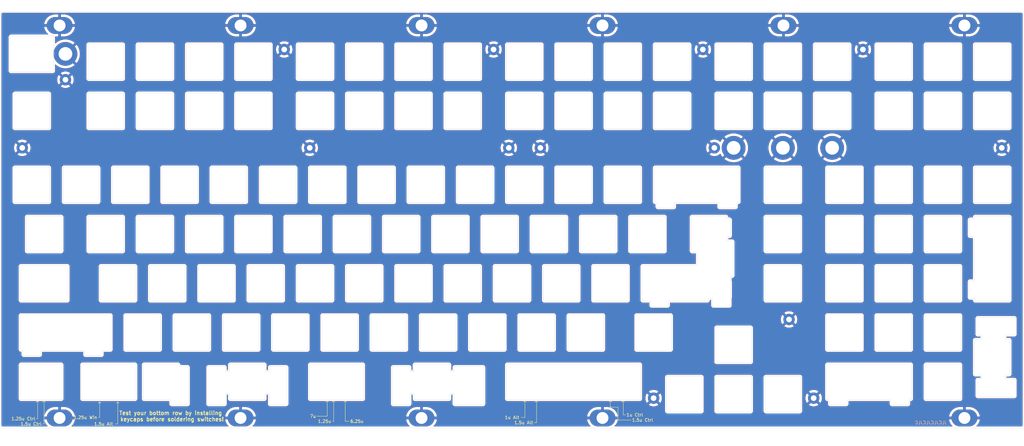
<source format=kicad_pcb>
(kicad_pcb (version 20211014) (generator pcbnew)
  (layers (0 "F.Cu" signal) (31 "B.Cu" signal) (34 "B.Paste" user) (35 "F.Paste" user) (36 "B.SilkS" user "B.Silkscreen") (37 "F.SilkS" user "F.Silkscreen") (38 "B.Mask" user) (39 "F.Mask" user) (44 "Edge.Cuts" user))
  (net 0 "")
  (net 1 "Mounting-hole")
  (footprint "Boston-3DP-plate-library:PEM-KF2-M3-ET_(solder-in)" (layer "F.Cu") (at 93 157.2)
    (fp_text reference "H8")
    (fp_text value "MountingHole_Pad")
    (pad "1" thru_hole oval locked (at 0 0) (size 10 6.5) (drill 4.6) (layers *.Cu *.Mask) (net 1 "Mounting-hole"))
  )
  (footprint "Boston-3DP-plate-library:PEM-KF2-M3-ET_(solder-in)" (layer "F.Cu") (at 373 5.375)
    (fp_text reference "H6")
    (fp_text value "MountingHole_Pad")
    (pad "1" thru_hole oval locked (at 0 0) (size 10 6.5) (drill 4.6) (layers *.Cu *.Mask) (net 1 "Mounting-hole"))
  )
  (footprint "MountingHole:MountingHole_2.2mm_M2_Pad" (layer "F.Cu") (at 276.2623 52.7125)
    (fp_text reference "H20")
    (fp_text value "MountingHole_Pad")
    (pad "1" thru_hole circle locked (at 0 0) (size 4.4 4.4) (drill 2.2) (layers *.Cu *.Mask) (net 1 "Mounting-hole"))
  )
  (footprint "Boston-3DP-plate-library:PEM-KF2-M3-ET_(solder-in)" (layer "F.Cu") (at 373 157.2)
    (fp_text reference "H11")
    (fp_text value "MountingHole_Pad")
    (pad "1" thru_hole oval locked (at 0 0) (size 10 6.5) (drill 4.6) (layers *.Cu *.Mask) (net 1 "Mounting-hole"))
  )
  (footprint "Boston-3DP-plate-library:PEM-KF2-M3-ET_(solder-in)" (layer "F.Cu") (at 233 157.2)
    (fp_text reference "H10")
    (fp_text value "MountingHole_Pad")
    (pad "1" thru_hole oval locked (at 0 0) (size 10 6.5) (drill 4.6) (layers *.Cu *.Mask) (net 1 "Mounting-hole"))
  )
  (footprint "MountingHole:MountingHole_5.3mm_M5_DIN965_Pad" (layer "F.Cu") (at 283.7255 52.7125)
    (fp_text reference "H26")
    (fp_text value "MountingHole_Pad")
    (pad "1" thru_hole circle locked (at 0 0) (size 9.2 9.2) (drill 5.3) (layers *.Cu *.Mask) (net 1 "Mounting-hole"))
  )
  (footprint "MountingHole:MountingHole_5.3mm_M5_DIN965_Pad" (layer "F.Cu") (at 321.8255 52.7125)
    (fp_text reference "H28")
    (fp_text value "MountingHole_Pad")
    (pad "1" thru_hole circle locked (at 0 0) (size 9.2 9.2) (drill 5.3) (layers *.Cu *.Mask) (net 1 "Mounting-hole"))
  )
  (footprint "MountingHole:MountingHole_2.2mm_M2_Pad" (layer "F.Cu") (at 109.89425 14.675)
    (fp_text reference "H14")
    (fp_text value "MountingHole_Pad")
    (pad "1" thru_hole circle locked (at 0 0) (size 4.4 4.4) (drill 2.2) (layers *.Cu *.Mask) (net 1 "Mounting-hole"))
  )
  (footprint "Boston-3DP-plate-library:PEM-KF2-M3-ET_(solder-in)" (layer "F.Cu") (at 233 5.375)
    (fp_text reference "H4")
    (fp_text value "MountingHole_Pad")
    (pad "1" thru_hole oval locked (at 0 0) (size 10 6.5) (drill 4.6) (layers *.Cu *.Mask) (net 1 "Mounting-hole"))
  )
  (footprint "Boston-3DP-plate-library:PEM-KF2-M3-ET_(solder-in)" (layer "F.Cu") (at 23 5.375)
    (fp_text reference "H1")
    (fp_text value "MountingHole_Pad")
    (pad "1" thru_hole oval locked (at 0 0) (size 10 6.5) (drill 4.6) (layers *.Cu *.Mask) (net 1 "Mounting-hole"))
  )
  (footprint "MountingHole:MountingHole_2.2mm_M2_Pad" (layer "F.Cu") (at 333.73175 14.675)
    (fp_text reference "H21")
    (fp_text value "MountingHole_Pad")
    (pad "1" thru_hole circle locked (at 0 0) (size 4.4 4.4) (drill 2.2) (layers *.Cu *.Mask) (net 1 "Mounting-hole"))
  )
  (footprint "MountingHole:MountingHole_2.2mm_M2_Pad" (layer "F.Cu") (at 305.157 119.1)
    (fp_text reference "H24")
    (fp_text value "MountingHole_Pad")
    (pad "1" thru_hole circle locked (at 0 0) (size 4.4 4.4) (drill 2.2) (layers *.Cu *.Mask) (net 1 "Mounting-hole"))
  )
  (footprint "MountingHole:MountingHole_2.2mm_M2_Pad" (layer "F.Cu") (at 190.85675 14.675)
    (fp_text reference "H16")
    (fp_text value "MountingHole_Pad")
    (pad "1" thru_hole circle locked (at 0 0) (size 4.4 4.4) (drill 2.2) (layers *.Cu *.Mask) (net 1 "Mounting-hole"))
  )
  (footprint "Boston-3DP-plate-library:PEM-KF2-M3-ET_(solder-in)" (layer "F.Cu") (at 23 157.2)
    (fp_text reference "H7")
    (fp_text value "MountingHole_Pad")
    (pad "1" thru_hole oval locked (at 0 0) (size 10 6.5) (drill 4.6) (layers *.Cu *.Mask) (net 1 "Mounting-hole"))
  )
  (footprint "MountingHole:MountingHole_2.2mm_M2_Pad" (layer "F.Cu") (at 208.963 52.7125)
    (fp_text reference "H18")
    (fp_text value "MountingHole_Pad")
    (pad "1" thru_hole circle locked (at 0 0) (size 4.4 4.4) (drill 2.2) (layers *.Cu *.Mask) (net 1 "Mounting-hole"))
  )
  (footprint "MountingHole:MountingHole_2.2mm_M2_Pad" (layer "F.Cu") (at 119.763 52.7125)
    (fp_text reference "H15")
    (fp_text value "MountingHole_Pad")
    (pad "1" thru_hole circle locked (at 0 0) (size 4.4 4.4) (drill 2.2) (layers *.Cu *.Mask) (net 1 "Mounting-hole"))
  )
  (footprint "Boston-3DP-plate-library:PEM-KF2-M3-ET_(solder-in)" (layer "F.Cu") (at 163 5.375)
    (fp_text reference "H3")
    (fp_text value "MountingHole_Pad")
    (pad "1" thru_hole oval locked (at 0 0) (size 10 6.5) (drill 4.6) (layers *.Cu *.Mask) (net 1 "Mounting-hole"))
  )
  (footprint "MountingHole:MountingHole_2.2mm_M2_Pad" (layer "F.Cu") (at 25.263 26.375)
    (fp_text reference "H13")
    (fp_text value "MountingHole_Pad")
    (pad "1" thru_hole circle locked (at 0 0) (size 4.4 4.4) (drill 2.2) (layers *.Cu *.Mask) (net 1 "Mounting-hole"))
  )
  (footprint "MountingHole:MountingHole_2.2mm_M2_Pad" (layer "F.Cu") (at 196.7623 52.7125)
    (fp_text reference "H17")
    (fp_text value "MountingHole_Pad")
    (pad "1" thru_hole circle locked (at 0 0) (size 4.4 4.4) (drill 2.2) (layers *.Cu *.Mask) (net 1 "Mounting-hole"))
  )
  (footprint "MountingHole:MountingHole_5.3mm_M5_DIN965_Pad" (layer "F.Cu") (at 25.263 16.375)
    (fp_text reference "H29")
    (fp_text value "MountingHole_Pad")
    (pad "1" thru_hole circle locked (at 0 0) (size 9.2 9.2) (drill 5.3) (layers *.Cu *.Mask) (net 1 "Mounting-hole"))
  )
  (footprint "MountingHole:MountingHole_2.2mm_M2_Pad" (layer "F.Cu") (at 314.68175 149.531112)
    (fp_text reference "H25")
    (fp_text value "MountingHole_Pad")
    (pad "1" thru_hole circle locked (at 0 0) (size 4.4 4.4) (drill 2.2) (layers *.Cu *.Mask) (net 1 "Mounting-hole"))
  )
  (footprint "MountingHole:MountingHole_2.2mm_M2_Pad" (layer "F.Cu") (at 271.81925 14.675)
    (fp_text reference "H19")
    (fp_text value "MountingHole_Pad")
    (pad "1" thru_hole circle locked (at 0 0) (size 4.4 4.4) (drill 2.2) (layers *.Cu *.Mask) (net 1 "Mounting-hole"))
  )
  (footprint "MountingHole:MountingHole_5.3mm_M5_DIN965_Pad" (layer "F.Cu") (at 302.7755 52.7125)
    (fp_text reference "H27")
    (fp_text value "MountingHole_Pad")
    (pad "1" thru_hole circle locked (at 0 0) (size 9.2 9.2) (drill 5.3) (layers *.Cu *.Mask) (net 1 "Mounting-hole"))
  )
  (footprint "Boston-3DP-plate-library:PEM-KF2-M3-ET_(solder-in)" (layer "F.Cu") (at 93 5.375)
    (fp_text reference "H2")
    (fp_text value "MountingHole_Pad")
    (pad "1" thru_hole oval locked (at 0 0) (size 10 6.5) (drill 4.6) (layers *.Cu *.Mask) (net 1 "Mounting-hole"))
  )
  (footprint "MountingHole:MountingHole_2.2mm_M2_Pad" (layer "F.Cu") (at 8.563 52.7125)
    (fp_text reference "H12")
    (fp_text value "MountingHole_Pad")
    (pad "1" thru_hole circle locked (at 0 0) (size 4.4 4.4) (drill 2.2) (layers *.Cu *.Mask) (net 1 "Mounting-hole"))
  )
  (footprint "MountingHole:MountingHole_2.2mm_M2_Pad" (layer "F.Cu") (at 252.76925 149.531112)
    (fp_text reference "H23")
    (fp_text value "MountingHole_Pad")
    (pad "1" thru_hole circle locked (at 0 0) (size 4.4 4.4) (drill 2.2) (layers *.Cu *.Mask) (net 1 "Mounting-hole"))
  )
  (footprint "MountingHole:MountingHole_2.2mm_M2_Pad" (layer "F.Cu") (at 387.437 52.7125)
    (fp_text reference "H22")
    (fp_text value "MountingHole_Pad")
    (pad "1" thru_hole circle locked (at 0 0) (size 4.4 4.4) (drill 2.2) (layers *.Cu *.Mask) (net 1 "Mounting-hole"))
  )
  (footprint "Boston-3DP-plate-library:PEM-KF2-M3-ET_(solder-in)" (layer "F.Cu") (at 303 5.375)
    (fp_text reference "H5")
    (fp_text value "MountingHole_Pad")
    (pad "1" thru_hole oval locked (at 0 0) (size 10 6.5) (drill 4.6) (layers *.Cu *.Mask) (net 1 "Mounting-hole"))
  )
  (footprint "Boston-3DP-plate-library:PEM-KF2-M3-ET_(solder-in)" (layer "F.Cu") (at 163 157.2)
    (fp_text reference "H9")
    (fp_text value "MountingHole_Pad")
    (pad "1" thru_hole oval locked (at 0 0) (size 10 6.5) (drill 4.6) (layers *.Cu *.Mask) (net 1 "Mounting-hole"))
  )
  (gr_line (start 14 151) (end 14.5 150.5) (layer "F.SilkS") (width 0.15))
  (gr_line (start 202.5 151) (end 203 150.5) (layer "F.SilkS") (width 0.15))
  (gr_line (start 133.5 150.5) (end 133 151) (layer "F.SilkS") (width 0.15))
  (gr_line (start 236 150.5) (end 236 153) (layer "F.SilkS") (width 0.15))
  (gr_line (start 203 157) (end 201.5 157) (layer "F.SilkS") (width 0.15))
  (gr_line (start 14.5 157.5) (end 14.5 150.5) (layer "F.SilkS") (width 0.15))
  (gr_line (start 207.5 150.5) (end 207.5 159) (layer "F.SilkS") (width 0.15))
  (gr_line (start 126.5 150.5) (end 126.5 156.5) (layer "F.SilkS") (width 0.15))
  (gr_line (start 17 150.5) (end 16.5 151) (layer "F.SilkS") (width 0.15))
  (gr_line (start 129 150.5) (end 128.5 151) (layer "F.SilkS") (width 0.15))
  (gr_line (start 14.5 150.5) (end 14 151) (layer "F.SilkS") (width 0.15))
  (gr_line (start 45.5 151) (end 46 151.5) (layer "F.SilkS") (width 0.15))
  (gr_line (start 38.5 151) (end 39 151.5) (layer "F.SilkS") (width 0.15))
  (gr_line (start 207 151) (end 207.5 150.5) (layer "F.SilkS") (width 0.15))
  (gr_line (start 241 150.5) (end 241.5 151) (layer "F.SilkS") (width 0.15))
  (gr_line (start 241 150.5) (end 241 156) (layer "F.SilkS") (width 0.15))
  (gr_line (start 45.5 151) (end 45 151.5) (layer "F.SilkS") (width 0.15))
  (gr_line (start 207.5 150.5) (end 208 151) (layer "F.SilkS") (width 0.15))
  (gr_line (start 236 150.5) (end 236.5 151) (layer "F.SilkS") (width 0.15))
  (gr_line (start 241 156) (end 242 156) (layer "F.SilkS") (width 0.15))
  (gr_line (start 236 153) (end 239 153) (layer "F.SilkS") (width 0.15))
  (gr_line (start 126.5 150.5) (end 126 151) (layer "F.SilkS") (width 0.15))
  (gr_line (start 129 150.5) (end 129 158.5) (layer "F.SilkS") (width 0.15))
  (gr_line (start 126.5 156.5) (end 122.5 156.5) (layer "F.SilkS") (width 0.15))
  (gr_line (start 239 153) (end 239 158) (layer "F.SilkS") (width 0.15))
  (gr_line (start 128.5 151) (end 129 150.5) (layer "F.SilkS") (width 0.15))
  (gr_line (start 133.5 150.5) (end 133.5 158.5) (layer "F.SilkS") (width 0.15))
  (gr_line (start 17 159.5) (end 17 150.5) (layer "F.SilkS") (width 0.15))
  (gr_line (start 126 151) (end 126.5 150.5) (layer "F.SilkS") (width 0.15))
  (gr_line (start 207.5 150.5) (end 207 151) (layer "F.SilkS") (width 0.15))
  (gr_line (start 16.5 151) (end 17 150.5) (layer "F.SilkS") (width 0.15))
  (gr_line (start 45.5 151) (end 45.5 159.5) (layer "F.SilkS") (width 0.15))
  (gr_line (start 240.5 151) (end 241 150.5) (layer "F.SilkS") (width 0.15))
  (gr_line (start 133.5 158.5) (end 135 158.5) (layer "F.SilkS") (width 0.15))
  (gr_line (start 239 158) (end 244 158) (layer "F.SilkS") (width 0.15))
  (gr_line (start 129 158.5) (end 128.5 158.5) (layer "F.SilkS") (width 0.15))
  (gr_line (start 207.5 159) (end 206.5 159) (layer "F.SilkS") (width 0.15))
  (gr_line (start 14.5 151) (end 14.5 150.5) (layer "F.SilkS") (width 0.15))
  (gr_line (start 241 150.5) (end 240.5 151) (layer "F.SilkS") (width 0.15))
  (gr_line (start 17 150.5) (end 17.5 151) (layer "F.SilkS") (width 0.15))
  (gr_line (start 236 150.5) (end 235.5 151) (layer "F.SilkS") (width 0.15))
  (gr_line (start 236.5 151) (end 236 150.5) (layer "F.SilkS") (width 0.15))
  (gr_line (start 38.5 157) (end 38.5 151) (layer "F.SilkS") (width 0.15))
  (gr_line (start 17 159.5) (end 16.5 159.5) (layer "F.SilkS") (width 0.15))
  (gr_line (start 38.5 151) (end 38 151.5) (layer "F.SilkS") (width 0.15))
  (gr_line (start 14.5 150.5) (end 15 151) (layer "F.SilkS") (width 0.15))
  (gr_line (start 129 150.5) (end 129.5 151) (layer "F.SilkS") (width 0.15))
  (gr_line (start 38.5 157) (end 38 157) (layer "F.SilkS") (width 0.15))
  (gr_line (start 203 150.5) (end 203 157) (layer "F.SilkS") (width 0.15))
  (gr_line (start 203 150.5) (end 202.5 151) (layer "F.SilkS") (width 0.15))
  (gr_line (start 203 150.5) (end 203.5 151) (layer "F.SilkS") (width 0.15))
  (gr_line (start 38 151.5) (end 38.5 151) (layer "F.SilkS") (width 0.15))
  (gr_line (start 14.5 157.5) (end 14 157.5) (layer "F.SilkS") (width 0.15))
  (gr_line (start 133.5 150.5) (end 134 151) (layer "F.SilkS") (width 0.15))
  (gr_line (start 45.5 159.5) (end 44.5 159.5) (layer "F.SilkS") (width 0.15))
  (gr_line (start 127 151) (end 126.5 150.5) (layer "F.SilkS") (width 0.15))
  (gr_arc (start 209.763 44.925) (mid 209.616553 45.278553) (end 209.263 45.425) (layer "Edge.Cuts") (width 0.1))
  (gr_arc (start 376.738 12.875) (mid 376.884447 12.521447) (end 377.238 12.375) (layer "Edge.Cuts") (width 0.1))
  (gr_arc (start 181.188 92.55) (mid 181.041553 92.903553) (end 180.688 93.05) (layer "Edge.Cuts") (width 0.1))
  (gr_arc (start 143.3755 117.65) (mid 143.521947 117.296447) (end 143.8755 117.15) (layer "Edge.Cuts") (width 0.1))
  (gr_line (start 128.3005 26.375) (end 115.3005 26.375) (layer "Edge.Cuts") (width 0.1))
  (gr_arc (start 115.3005 45.425) (mid 114.946947 45.278553) (end 114.8005 44.925) (layer "Edge.Cuts") (width 0.1))
  (gr_line (start 134.3505 12.375) (end 147.3505 12.375) (layer "Edge.Cuts") (width 0.1))
  (gr_line (start 269.58175 93.35) (end 269.58175 97.8) (layer "Edge.Cuts") (width 0.1))
  (gr_arc (start 333.088 79.05) (mid 333.441553 79.196447) (end 333.588 79.55) (layer "Edge.Cuts") (width 0.1))
  (gr_line (start 200.5255 130.65) (end 200.5255 117.65) (layer "Edge.Cuts") (width 0.1))
  (gr_line (start 104.488 93.05) (end 91.488 93.05) (layer "Edge.Cuts") (width 0.1))
  (gr_line (start 115.3005 45.425) (end 128.3005 45.425) (layer "Edge.Cuts") (width 0.1))
  (gr_line (start 66.888 92.55) (end 66.888 79.55) (layer "Edge.Cuts") (width 0.1))
  (gr_arc (start 371.688 111.6) (mid 371.541553 111.953553) (end 371.188 112.1) (layer "Edge.Cuts") (width 0.1))
  (gr_line (start 377.738 118.737) (end 377.738 124.737) (layer "Edge.Cuts") (width 0.1))
  (gr_arc (start 357.688 60.5) (mid 357.834447 60.146447) (end 358.188 60) (layer "Edge.Cuts") (width 0.1))
  (gr_line (start 233.863 44.925) (end 233.863 31.925) (layer "Edge.Cuts") (width 0.1))
  (gr_arc (start 160.544251 150.2) (mid 160.190698 150.053553) (end 160.044251 149.7) (layer "Edge.Cuts") (width 0.1))
  (gr_arc (start 158.163 74) (mid 157.809447 73.853553) (end 157.663 73.5) (layer "Edge.Cuts") (width 0.1))
  (gr_arc (start 377.238 45.425) (mid 376.884447 45.278553) (end 376.738 44.925) (layer "Edge.Cuts") (width 0.1))
  (gr_arc (start 309.2755 31.425) (mid 309.629053 31.571447) (end 309.7755 31.925) (layer "Edge.Cuts") (width 0.1))
  (gr_arc (start 123.538 79.05) (mid 123.891553 79.196447) (end 124.038 79.55) (layer "Edge.Cuts") (width 0.1))
  (gr_arc (start 258.1755 154.9625) (mid 257.821947 154.816053) (end 257.6755 154.4625) (layer "Edge.Cuts") (width 0.1))
  (gr_line (start 282.08175 80.137) (end 281.5005 80.137) (layer "Edge.Cuts") (width 0.1))
  (gr_line (start 160.044251 147.9) (end 160.044251 149.7) (layer "Edge.Cuts") (width 0.1))
  (gr_line (start 377.238 140.675) (end 379.238 140.675) (layer "Edge.Cuts") (width 0.1))
  (gr_arc (start 31.45675 136.7) (mid 31.603197 136.346447) (end 31.95675 136.2) (layer "Edge.Cuts") (width 0.1))
  (gr_line (start 174.044251 149.7) (end 174.044251 147.9) (layer "Edge.Cuts") (width 0.1))
  (gr_arc (start 282.58175 110.513) (mid 282.559505 110.660479) (end 282.49475 110.794836) (layer "Edge.Cuts") (width 0.1))
  (gr_line (start 358.188 150.2) (end 371.188 150.2) (layer "Edge.Cuts") (width 0.1))
  (gr_line (start 195.763 136.7) (end 195.763 149.7) (layer "Edge.Cuts") (width 0.1))
  (gr_line (start 243.1005 98.6) (end 243.1005 111.6) (layer "Edge.Cuts") (width 0.1))
  (gr_arc (start 55.76925 150.2) (mid 55.415697 150.053553) (end 55.26925 149.7) (layer "Edge.Cuts") (width 0.1))
  (gr_line (start 261 74) (end 261 75.5) (layer "Edge.Cuts") (width 0.1))
  (gr_arc (start 90.988 31.925) (mid 91.134447 31.571447) (end 91.488 31.425) (layer "Edge.Cuts") (width 0.1))
  (gr_line (start 320.088 79.05) (end 333.088 79.05) (layer "Edge.Cuts") (width 0.1))
  (gr_line (start 103.844751 139.2) (end 102.806751 139.2) (layer "Edge.Cuts") (width 0.1))
  (gr_arc (start 38.313 73.5) (mid 38.166553 73.853553) (end 37.813 74) (layer "Edge.Cuts") (width 0.1))
  (gr_arc (start 119.275499 130.649999) (mid 119.129053 131.003553) (end 118.7755 131.15) (layer "Edge.Cuts") (width 0.1))
  (gr_arc (start 37.813 60) (mid 38.166553 60.146447) (end 38.313 60.5) (layer "Edge.Cuts") (width 0.1))
  (gr_arc (start 296.2755 112.1) (mid 295.921947 111.953553) (end 295.7755 111.6) (layer "Edge.Cuts") (width 0.1))
  (gr_line (start 247.863 60.5) (end 247.863 73.5) (layer "Edge.Cuts") (width 0.1))
  (gr_arc (start 153.4005 45.425) (mid 153.046947 45.278553) (end 152.9005 44.925) (layer "Edge.Cuts") (width 0.1))
  (gr_line (start 375.238 111.013) (end 376.438 111.013) (layer "Edge.Cuts") (width 0.1))
  (gr_line (start 395 161) (end 1 161) (layer "Edge.Cuts") (width 0.1))
  (gr_line (start 104.988 31.925) (end 104.988 44.925) (layer "Edge.Cuts") (width 0.1))
  (gr_arc (start 181.4755 117.65) (mid 181.621947 117.296447) (end 181.9755 117.15) (layer "Edge.Cuts") (width 0.1))
  (gr_arc (start 52.1005 98.1) (mid 52.454053 98.246447) (end 52.6005 98.6) (layer "Edge.Cuts") (width 0.1))
  (gr_arc (start 245.76925 117.65) (mid 245.915697 117.296447) (end 246.26925 117.15) (layer "Edge.Cuts") (width 0.1))
  (gr_line (start 233.0755 117.15) (end 220.0755 117.15) (layer "Edge.Cuts") (width 0.1))
  (gr_line (start 104.544751 152.2) (end 110.544751 152.2) (layer "Edge.Cuts") (width 0.1))
  (gr_arc (start 277.2255 135.912501) (mid 276.871947 135.766054) (end 276.7255 135.412501) (layer "Edge.Cuts") (width 0.1))
  (gr_arc (start 72.438 45.425) (mid 72.084447 45.278553) (end 71.938 44.925) (layer "Edge.Cuts") (width 0.1))
  (gr_arc (start 376.738 79.55) (mid 376.884447 79.196447) (end 377.238 79.05) (layer "Edge.Cuts") (width 0.1))
  (gr_line (start 104.488 12.375) (end 91.488 12.375) (layer "Edge.Cuts") (width 0.1))
  (gr_arc (start 5.263 60.5) (mid 5.409447 60.146447) (end 5.763 60) (layer "Edge.Cuts") (width 0.1))
  (gr_arc (start 114.8005 98.6) (mid 114.946947 98.246447) (end 115.3005 98.1) (layer "Edge.Cuts") (width 0.1))
  (gr_arc (start 276.7255 12.875) (mid 276.871947 12.521447) (end 277.2255 12.375) (layer "Edge.Cuts") (width 0.1))
  (gr_line (start 102.806751 147.7) (end 103.844751 147.7) (layer "Edge.Cuts") (width 0.1))
  (gr_line (start 85.438 12.375) (end 72.438 12.375) (layer "Edge.Cuts") (width 0.1))
  (gr_line (start 252.11875 114.1) (end 258.118749 114.1) (layer "Edge.Cuts") (width 0.1))
  (gr_line (start 281.2005 88.275) (end 281.2005 87.437) (layer "Edge.Cuts") (width 0.1))
  (gr_line (start 119.563 136.7) (end 119.563 149.7) (layer "Edge.Cuts") (width 0.1))
  (gr_line (start 174.044251 139) (end 174.044251 136.7) (layer "Edge.Cuts") (width 0.1))
  (gr_arc (start 395 0) (mid 395.707107 0.292893) (end 396 1) (layer "Edge.Cuts") (width 0.1))
  (gr_line (start 8.14425 131.15) (end 8.43125 131.15) (layer "Edge.Cuts") (width 0.1))
  (gr_line (start 338.638 111.6) (end 338.638 98.6) (layer "Edge.Cuts") (width 0.1))
  (gr_arc (start 185.9505 44.925) (mid 185.804053 45.278553) (end 185.4505 45.425) (layer "Edge.Cuts") (width 0.1))
  (gr_line (start 333.588 130.65) (end 333.588 117.65) (layer "Edge.Cuts") (width 0.1))
  (gr_arc (start 266.913 44.925) (mid 266.766553 45.278553) (end 266.413 45.425) (layer "Edge.Cuts") (width 0.1))
  (gr_arc (start 371.188 31.425) (mid 371.541553 31.571447) (end 371.688 31.925) (layer "Edge.Cuts") (width 0.1))
  (gr_arc (start 133.8505 98.6) (mid 133.996947 98.246447) (end 134.3505 98.1) (layer "Edge.Cuts") (width 0.1))
  (gr_line (start 47.338 79.05) (end 34.338 79.05) (layer "Edge.Cuts") (width 0.1))
  (gr_line (start 110.544751 137.2) (end 104.544751 137.2) (layer "Edge.Cuts") (width 0.1))
  (gr_line (start 352.638 60.5) (end 352.638 73.5) (layer "Edge.Cuts") (width 0.1))
  (gr_line (start 152.613 73.5) (end 152.613 60.5) (layer "Edge.Cuts") (width 0.1))
  (gr_line (start 124.038 92.55) (end 124.038 79.55) (layer "Edge.Cuts") (width 0.1))
  (gr_line (start 351.551 150.5) (end 351.551 151.7) (layer "Edge.Cuts") (width 0.1))
  (gr_line (start 379.738 141.175) (end 379.738 141.613) (layer "Edge.Cuts") (width 0.1))
  (gr_line (start 33.838 12.875) (end 33.838 25.875) (layer "Edge.Cuts") (width 0.1))
  (gr_arc (start 376.438 87.137) (mid 376.650132 87.224868) (end 376.738 87.437) (layer "Edge.Cuts") (width 0.1))
  (gr_line (start 10.525501 79.05) (end 23.5255 79.05) (layer "Edge.Cuts") (width 0.1))
  (gr_arc (start 219.5755 117.65) (mid 219.721947 117.296447) (end 220.0755 117.15) (layer "Edge.Cuts") (width 0.1))
  (gr_line (start 148.638 93.05) (end 161.638 93.05) (layer "Edge.Cuts") (width 0.1))
  (gr_line (start 371.688 130.65) (end 371.688 117.65) (layer "Edge.Cuts") (width 0.1))
  (gr_line (start 271.6755 154.4625) (end 271.6755 141.4625) (layer "Edge.Cuts") (width 0.1))
  (gr_arc (start 160.044251 139) (mid 159.985672 139.141421) (end 159.844251 139.2) (layer "Edge.Cuts") (width 0.1))
  (gr_line (start 243.388 79.55) (end 243.388 92.55) (layer "Edge.Cuts") (width 0.1))
  (gr_arc (start 234.363 74) (mid 234.009447 73.853553) (end 233.863 73.5) (layer "Edge.Cuts") (width 0.1))
  (gr_arc (start 379.238 140.675) (mid 379.591553 140.821447) (end 379.738 141.175) (layer "Edge.Cuts") (width 0.1))
  (gr_line (start 390.738 31.925) (end 390.738 44.925) (layer "Edge.Cuts") (width 0.1))
  (gr_arc (start 376.738 127.175) (mid 376.884447 126.821447) (end 377.238 126.675) (layer "Edge.Cuts") (width 0.1))
  (gr_line (start 185.4505 12.375) (end 172.4505 12.375) (layer "Edge.Cuts") (width 0.1))
  (gr_line (start 357.688 136.7) (end 357.688 149.7) (layer "Edge.Cuts") (width 0.1))
  (gr_arc (start 333.088 117.15) (mid 333.441553 117.296447) (end 333.588 117.65) (layer "Edge.Cuts") (width 0.1))
  (gr_line (start 276.7255 154.4625) (end 276.7255 141.4625) (layer "Edge.Cuts") (width 0.1))
  (gr_arc (start 85.438 31.425) (mid 85.791553 31.571447) (end 85.938 31.925) (layer "Edge.Cuts") (width 0.1))
  (gr_line (start 67.1755 130.65) (end 67.1755 117.65) (layer "Edge.Cuts") (width 0.1))
  (gr_line (start 234.363 12.375) (end 247.363 12.375) (layer "Edge.Cuts") (width 0.1))
  (gr_arc (start 148.138 79.55) (mid 148.284447 79.196447) (end 148.638 79.05) (layer "Edge.Cuts") (width 0.1))
  (gr_arc (start 80.6755 117.15) (mid 81.029053 117.296447) (end 81.1755 117.65) (layer "Edge.Cuts") (width 0.1))
  (gr_arc (start 0 1) (mid 0.292893 0.292893) (end 1 0) (layer "Edge.Cuts") (width 0.1))
  (gr_line (start 47.838 92.55) (end 47.838 79.55) (layer "Edge.Cuts") (width 0.1))
  (gr_arc (start 31.95675 150.2) (mid 31.603197 150.053553) (end 31.45675 149.7) (layer "Edge.Cuts") (width 0.1))
  (gr_line (start 284.876 74) (end 284.876 75.5) (layer "Edge.Cuts") (width 0.1))
  (gr_line (start 185.4505 98.1) (end 172.4505 98.1) (layer "Edge.Cuts") (width 0.1))
  (gr_arc (start 204.5005 98.1) (mid 204.854053 98.246447) (end 205.0005 98.6) (layer "Edge.Cuts") (width 0.1))
  (gr_line (start 374.738 104.513) (end 374.738 110.513) (layer "Edge.Cuts") (width 0.1))
  (gr_arc (start 185.9505 25.875) (mid 185.804053 26.228553) (end 185.4505 26.375) (layer "Edge.Cuts") (width 0.1))
  (gr_line (start 120.063 150.2) (end 140.20675 150.2) (layer "Edge.Cuts") (width 0.1))
  (gr_arc (start 377.238 74) (mid 376.884447 73.853553) (end 376.738 73.5) (layer "Edge.Cuts") (width 0.1))
  (gr_arc (start 75.913 60) (mid 76.266553 60.146447) (end 76.413 60.5) (layer "Edge.Cuts") (width 0.1))
  (gr_arc (start 319.588 117.65) (mid 319.734447 117.296447) (end 320.088 117.15) (layer "Edge.Cuts") (width 0.1))
  (gr_arc (start 161.638 79.05) (mid 161.991553 79.196447) (end 162.138 79.55) (layer "Edge.Cuts") (width 0.1))
  (gr_line (start 87.206751 139) (end 87.206751 137.7) (layer "Edge.Cuts") (width 0.1))
  (gr_line (start 296.2755 93.05) (end 309.2755 93.05) (layer "Edge.Cuts") (width 0.1))
  (gr_line (start 34.338 93.05) (end 47.338 93.05) (layer "Edge.Cuts") (width 0.1))
  (gr_line (start 81.463 73.5) (end 81.463 60.5) (layer "Edge.Cuts") (width 0.1))
  (gr_arc (start 352.638 92.55) (mid 352.491553 92.903553) (end 352.138 93.05) (layer "Edge.Cuts") (width 0.1))
  (gr_arc (start 34.338 26.375) (mid 33.984447 26.228553) (end 33.838 25.875) (layer "Edge.Cuts") (width 0.1))
  (gr_arc (start 390.238 126.675) (mid 390.591553 126.821447) (end 390.738 127.175) (layer "Edge.Cuts") (width 0.1))
  (gr_line (start 166.9005 98.6) (end 166.9005 111.6) (layer "Edge.Cuts") (width 0.1))
  (gr_arc (start 285.463 60) (mid 285.816553 60.146447) (end 285.963 60.5) (layer "Edge.Cuts") (width 0.1))
  (gr_arc (start 390.238 12.375) (mid 390.591553 12.521447) (end 390.738 12.875) (layer "Edge.Cuts") (width 0.1))
  (gr_line (start 396 1) (end 396 160) (layer "Edge.Cuts") (width 0.1))
  (gr_arc (start 177.213 74) (mid 176.859447 73.853553) (end 176.713 73.5) (layer "Edge.Cuts") (width 0.1))
  (gr_arc (start 290.7255 44.925) (mid 290.579053 45.278553) (end 290.2255 45.425) (layer "Edge.Cuts") (width 0.1))
  (gr_arc (start 309.2755 79.05) (mid 309.629053 79.196447) (end 309.7755 79.55) (layer "Edge.Cuts") (width 0.1))
  (gr_arc (start 124.038 92.55) (mid 123.891553 92.903553) (end 123.538 93.05) (layer "Edge.Cuts") (width 0.1))
  (gr_line (start 148.138 79.55) (end 148.138 92.55) (layer "Edge.Cuts") (width 0.1))
  (gr_line (start 72.438 31.425) (end 85.438 31.425) (layer "Edge.Cuts") (width 0.1))
  (gr_arc (start 258.61875 112.4) (mid 258.706618 112.187868) (end 258.91875 112.1) (layer "Edge.Cuts") (width 0.1))
  (gr_arc (start 285.963 73.5) (mid 285.816553 73.853553) (end 285.463 74) (layer "Edge.Cuts") (width 0.1))
  (gr_line (start 296.2755 140.9625) (end 309.2755 140.9625) (layer "Edge.Cuts") (width 0.1))
  (gr_arc (start 105.2755 117.65) (mid 105.421947 117.296447) (end 105.7755 117.15) (layer "Edge.Cuts") (width 0.1))
  (gr_arc (start 66.888 92.55) (mid 66.741553 92.903553) (end 66.388 93.05) (layer "Edge.Cuts") (width 0.1))
  (gr_arc (start 56.863 60) (mid 57.216553 60.146447) (end 57.363 60.5) (layer "Edge.Cuts") (width 0.1))
  (gr_line (start 390.238 26.375) (end 377.238 26.375) (layer "Edge.Cuts") (width 0.1))
  (gr_arc (start 357.688 12.875) (mid 357.834447 12.521447) (end 358.188 12.375) (layer "Edge.Cuts") (width 0.1))
  (gr_line (start 220.0755 131.15) (end 233.0755 131.15) (layer "Edge.Cuts") (width 0.1))
  (gr_line (start 339.138 12.375) (end 352.138 12.375) (layer "Edge.Cuts") (width 0.1))
  (gr_arc (start 53.388 26.375) (mid 53.034447 26.228553) (end 52.888 25.875) (layer "Edge.Cuts") (width 0.1))
  (gr_line (start 253.413 12.375) (end 266.413 12.375) (layer "Edge.Cuts") (width 0.1))
  (gr_line (start 352.638 98.6) (end 352.638 111.6) (layer "Edge.Cuts") (width 0.1))
  (gr_arc (start 257.388 92.55) (mid 257.241553 92.903553) (end 256.888 93.05) (layer "Edge.Cuts") (width 0.1))
  (gr_line (start 57.6505 98.6) (end 57.6505 111.6) (layer "Edge.Cuts") (width 0.1))
  (gr_line (start 224.0505 98.6) (end 224.0505 111.6) (layer "Edge.Cuts") (width 0.1))
  (gr_arc (start 81.463 60.5) (mid 81.609447 60.146447) (end 81.963 60) (layer "Edge.Cuts") (width 0.1))
  (gr_arc (start 378.238 125.237) (mid 377.884447 125.090553) (end 377.738 124.737) (layer "Edge.Cuts") (width 0.1))
  (gr_arc (start 9.23125 133.15) (mid 8.877697 133.003553) (end 8.73125 132.65) (layer "Edge.Cuts") (width 0.1))
  (gr_arc (start 95.463 73.5) (mid 95.316553 73.853553) (end 94.963 74) (layer "Edge.Cuts") (width 0.1))
  (gr_line (start 333.088 74) (end 320.088 74) (layer "Edge.Cuts") (width 0.1))
  (gr_line (start 34.338 26.375) (end 47.338 26.375) (layer "Edge.Cuts") (width 0.1))
  (gr_line (start 259.26925 117.15) (end 246.26925 117.15) (layer "Edge.Cuts") (width 0.1))
  (gr_arc (start 119.563 60.5) (mid 119.709447 60.146447) (end 120.063 60) (layer "Edge.Cuts") (width 0.1))
  (gr_arc (start 215.313 26.375) (mid 214.959447 26.228553) (end 214.813 25.875) (layer "Edge.Cuts") (width 0.1))
  (gr_arc (start 271.6755 154.4625) (mid 271.529053 154.816053) (end 271.1755 154.9625) (layer "Edge.Cuts") (width 0.1))
  (gr_arc (start 319.588 98.6) (mid 319.734447 98.246447) (end 320.088 98.1) (layer "Edge.Cuts") (width 0.1))
  (gr_arc (start 187.206751 151.7) (mid 187.060304 152.053553) (end 186.706751 152.2) (layer "Edge.Cuts") (width 0.1))
  (gr_line (start 195.4755 117.65) (end 195.4755 130.65) (layer "Edge.Cuts") (width 0.1))
  (gr_arc (start 166.9005 111.6) (mid 166.754053 111.953553) (end 166.4005 112.1) (layer "Edge.Cuts") (width 0.1))
  (gr_arc (start 166.4005 12.375) (mid 166.754053 12.521447) (end 166.9005 12.875) (layer "Edge.Cuts") (width 0.1))
  (gr_arc (start 327.675 151.7) (mid 327.528553 152.053553) (end 327.175 152.2) (layer "Edge.Cuts") (width 0.1))
  (gr_arc (start 224.838 93.05) (mid 224.484447 92.903553) (end 224.338 92.55) (layer "Edge.Cuts") (width 0.1))
  (gr_line (start 25.90675 98.1) (end 8.144251 98.1) (layer "Edge.Cuts") (width 0.1))
  (gr_line (start 85.938 31.925) (end 85.938 44.925) (layer "Edge.Cuts") (width 0.1))
  (gr_arc (start 100.513 60.5) (mid 100.659447 60.146447) (end 101.013 60) (layer "Edge.Cuts") (width 0.1))
  (gr_line (start 377.238 112.1) (end 390.238 112.1) (layer "Edge.Cuts") (width 0.1))
  (gr_line (start 309.2755 79.05) (end 296.2755 79.05) (layer "Edge.Cuts") (width 0.1))
  (gr_arc (start 139.113 74) (mid 138.759447 73.853553) (end 138.613 73.5) (layer "Edge.Cuts") (width 0.1))
  (gr_line (start 133.8505 44.925) (end 133.8505 31.925) (layer "Edge.Cuts") (width 0.1))
  (gr_line (start 91.488 26.375) (end 104.488 26.375) (layer "Edge.Cuts") (width 0.1))
  (gr_arc (start 296.2755 93.05) (mid 295.921947 92.903553) (end 295.7755 92.55) (layer "Edge.Cuts") (width 0.1))
  (gr_line (start 379.238 142.113) (end 378.238 142.113) (layer "Edge.Cuts") (width 0.1))
  (gr_line (start 114.8005 25.875) (end 114.8005 12.875) (layer "Edge.Cuts") (width 0.1))
  (gr_arc (start 290.7255 154.4625) (mid 290.579053 154.816053) (end 290.2255 154.9625) (layer "Edge.Cuts") (width 0.1))
  (gr_arc (start 267.200499 79.55) (mid 267.346946 79.196447) (end 267.700499 79.05) (layer "Edge.Cuts") (width 0.1))
  (gr_arc (start 377.238 140.675) (mid 376.884447 140.528553) (end 376.738 140.175) (layer "Edge.Cuts") (width 0.1))
  (gr_line (start 72.913 151.7) (end 72.913 137.7) (layer "Edge.Cuts") (width 0.1))
  (gr_line (start 52.100501 136.2) (end 31.95675 136.2) (layer "Edge.Cuts") (width 0.1))
  (gr_line (start 71.938 92.55) (end 71.938 79.55) (layer "Edge.Cuts") (width 0.1))
  (gr_line (start 205.788 79.05) (end 218.788 79.05) (layer "Edge.Cuts") (width 0.1))
  (gr_line (start 390.238 79.05) (end 377.238 79.05) (layer "Edge.Cuts") (width 0.1))
  (gr_arc (start 358.188 45.425) (mid 357.834447 45.278553) (end 357.688 44.925) (layer "Edge.Cuts") (width 0.1))
  (gr_line (start 18.763 31.425) (end 5.763 31.425) (layer "Edge.Cuts") (width 0.1))
  (gr_line (start 124.8255 131.15) (end 137.8255 131.15) (layer "Edge.Cuts") (width 0.1))
  (gr_line (start 114.8005 31.925) (end 114.8005 44.925) (layer "Edge.Cuts") (width 0.1))
  (gr_arc (start 352.638 73.5) (mid 352.491553 73.853553) (end 352.138 74) (layer "Edge.Cuts") (width 0.1))
  (gr_arc (start 234.363 45.425) (mid 234.009447 45.278553) (end 233.863 44.925) (layer "Edge.Cuts") (width 0.1))
  (gr_arc (start 104.544751 152.2) (mid 104.191198 152.053553) (end 104.044751 151.7) (layer "Edge.Cuts") (width 0.1))
  (gr_line (start 378.238 149.113) (end 392.238 149.113) (layer "Edge.Cuts") (width 0.1))
  (gr_line (start 389.238 125.237) (end 392.238 125.237) (layer "Edge.Cuts") (width 0.1))
  (gr_arc (start 327.675 150.5) (mid 327.762868 150.287868) (end 327.975 150.2) (layer "Edge.Cuts") (width 0.1))
  (gr_arc (start 339.138 26.375) (mid 338.784447 26.228553) (end 338.638 25.875) (layer "Edge.Cuts") (width 0.1))
  (gr_line (start 260.5 76) (end 254.5 76) (layer "Edge.Cuts") (width 0.1))
  (gr_line (start 105.2755 130.65) (end 105.2755 117.65) (layer "Edge.Cuts") (width 0.1))
  (gr_line (start 258.1755 154.9625) (end 271.1755 154.9625) (layer "Edge.Cuts") (width 0.1))
  (gr_line (start 352.638 130.65) (end 352.638 117.65) (layer "Edge.Cuts") (width 0.1))
  (gr_arc (start 137.8255 117.15) (mid 138.179053 117.296447) (end 138.3255 117.65) (layer "Edge.Cuts") (width 0.1))
  (gr_arc (start 24.025501 149.7) (mid 23.879054 150.053553) (end 23.525501 150.2) (layer "Edge.Cuts") (width 0.1))
  (gr_line (start 124.3255 117.65) (end 124.3255 130.65) (layer "Edge.Cuts") (width 0.1))
  (gr_line (start 274.05675 111.6) (end 274.05675 111.313) (layer "Edge.Cuts") (width 0.1))
  (gr_arc (start 129.088 79.55) (mid 129.234447 79.196447) (end 129.588 79.05) (layer "Edge.Cuts") (width 0.1))
  (gr_arc (start 171.9505 98.6) (mid 172.096947 98.246447) (end 172.4505 98.1) (layer "Edge.Cuts") (width 0.1))
  (gr_arc (start 175.282251 147.7) (mid 175.423672 147.758579) (end 175.482251 147.9) (layer "Edge.Cuts") (width 0.1))
  (gr_line (start 276.7255 25.875) (end 276.7255 12.875) (layer "Edge.Cuts") (width 0.1))
  (gr_arc (start 328.325502 12.374998) (mid 328.679055 12.521446) (end 328.8255 12.875) (layer "Edge.Cuts") (width 0.1))
  (gr_arc (start 34.338 45.425) (mid 33.984447 45.278553) (end 33.838 44.925) (layer "Edge.Cuts") (width 0.1))
  (gr_line (start 283.58175 102.075) (end 283.58175 89.075) (layer "Edge.Cuts") (width 0.1))
  (gr_arc (start 42.5755 117.15) (mid 42.929053 117.296447) (end 43.0755 117.65) (layer "Edge.Cuts") (width 0.1))
  (gr_line (start 390.238 45.425) (end 377.238 45.425) (layer "Edge.Cuts") (width 0.1))
  (gr_line (start 95.750499 111.6) (end 95.750499 98.6) (layer "Edge.Cuts") (width 0.1))
  (gr_line (start 76.7005 111.6) (end 76.700499 98.6) (layer "Edge.Cuts") (width 0.1))
  (gr_line (start 309.7755 111.6) (end 309.7755 98.6) (layer "Edge.Cuts") (width 0.1))
  (gr_arc (start 390.738 111.6) (mid 390.591553 111.953553) (end 390.238 112.1) (layer "Edge.Cuts") (width 0.1))
  (gr_line (start 219.288 79.55) (end 219.288 92.55) (layer "Edge.Cuts") (width 0.1))
  (gr_line (start 309.7755 12.875) (end 309.7755 25.875) (layer "Edge.Cuts") (width 0.1))
  (gr_arc (start 52.888 31.925) (mid 53.034447 31.571447) (end 53.388 31.425) (layer "Edge.Cuts") (width 0.1))
  (gr_line (start 69.26925 137) (end 69.26925 136.7) (layer "Edge.Cuts") (width 0.1))
  (gr_line (start 138.613 60.5) (end 138.613 73.5) (layer "Edge.Cuts") (width 0.1))
  (gr_arc (start 281.2005 87.437) (mid 281.288368 87.224868) (end 281.5005 87.137) (layer "Edge.Cuts") (width 0.1))
  (gr_arc (start 275.194749 111.012999) (mid 275.406882 111.100867) (end 275.49475 111.313) (layer "Edge.Cuts") (width 0.1))
  (gr_line (start 191.0005 98.6) (end 191.0005 111.6) (layer "Edge.Cuts") (width 0.1))
  (gr_arc (start 7.64425 117.65) (mid 7.790697 117.296447) (end 8.14425 117.15) (layer "Edge.Cuts") (width 0.1))
  (gr_line (start 85.938 25.875) (end 85.938 12.875) (layer "Edge.Cuts") (width 0.1))
  (gr_arc (start 104.044751 139) (mid 103.986172 139.141421) (end 103.844751 139.2) (layer "Edge.Cuts") (width 0.1))
  (gr_line (start 314.8255 25.875) (end 314.8255 12.875) (layer "Edge.Cuts") (width 0.1))
  (gr_arc (start 251.31875 112.1) (mid 251.530882 112.187868) (end 251.61875 112.4) (layer "Edge.Cuts") (width 0.1))
  (gr_line (start 5.763 60) (end 18.763 60) (layer "Edge.Cuts") (width 0.1))
  (gr_arc (start 339.138 112.1) (mid 338.784447 111.953553) (end 338.638 111.6) (layer "Edge.Cuts") (width 0.1))
  (gr_line (start 10.0255 92.55) (end 10.025501 79.55) (layer "Edge.Cuts") (width 0.1))
  (gr_arc (start 275.99475 114.1) (mid 275.641197 113.953553) (end 275.49475 113.6) (layer "Edge.Cuts") (width 0.1))
  (gr_line (start 128.8005 12.875) (end 128.8005 25.875) (layer "Edge.Cuts") (width 0.1))
  (gr_arc (start 376.438 111.013) (mid 376.650132 111.100868) (end 376.738 111.313) (layer "Edge.Cuts") (width 0.1))
  (gr_line (start 247.863 31.925) (end 247.863 44.925) (layer "Edge.Cuts") (width 0.1))
  (gr_arc (start 20.763 22.875) (mid 20.616553 23.228553) (end 20.263 23.375) (layer "Edge.Cuts") (width 0.1))
  (gr_line (start 139.113 74) (end 152.113 74) (layer "Edge.Cuts") (width 0.1))
  (gr_arc (start 390.238 31.425) (mid 390.591553 31.571447) (end 390.738 31.925) (layer "Edge.Cuts") (width 0.1))
  (gr_arc (start 153.4005 26.375) (mid 153.046947 26.228553) (end 152.9005 25.875) (layer "Edge.Cuts") (width 0.1))
  (gr_line (start 119.563 60.5) (end 119.563 73.5) (layer "Edge.Cuts") (width 0.1))
  (gr_arc (start 86.7255 131.150001) (mid 86.371946 131.003554) (end 86.225499 130.65) (layer "Edge.Cuts") (width 0.1))
  (gr_line (start 86.7255 131.15) (end 99.7255 131.15) (layer "Edge.Cuts") (width 0.1))
  (gr_arc (start 352.638 149.7) (mid 352.491553 150.053553) (end 352.138 150.2) (layer "Edge.Cuts") (width 0.1))
  (gr_line (start 31.45675 136.7) (end 31.45675 149.7) (layer "Edge.Cuts") (width 0.1))
  (gr_arc (start 209.263 31.425) (mid 209.616553 31.571447) (end 209.763 31.925) (layer "Edge.Cuts") (width 0.1))
  (gr_line (start 52.1005 112.1) (end 39.1005 112.1) (layer "Edge.Cuts") (width 0.1))
  (gr_arc (start 357.688 79.55) (mid 357.834447 79.196447) (end 358.188 79.05) (layer "Edge.Cuts") (width 0.1))
  (gr_line (start 147.3505 26.375) (end 134.3505 26.375) (layer "Edge.Cuts") (width 0.1))
  (gr_arc (start 3.763 9.875) (mid 3.909447 9.521447) (end 4.263 9.375) (layer "Edge.Cuts") (width 0.1))
  (gr_line (start 215.313 31.425) (end 228.313 31.425) (layer "Edge.Cuts") (width 0.1))
  (gr_arc (start 377.738 118.737) (mid 377.884447 118.383447) (end 378.238 118.237) (layer "Edge.Cuts") (width 0.1))
  (gr_arc (start 196.263 45.425) (mid 195.909447 45.278553) (end 195.763 44.925) (layer "Edge.Cuts") (width 0.1))
  (gr_arc (start 134.3505 45.425) (mid 133.996947 45.278553) (end 133.8505 44.925) (layer "Edge.Cuts") (width 0.1))
  (gr_arc (start 274.05675 111.313) (mid 274.144618 111.100868) (end 274.35675 111.013) (layer "Edge.Cuts") (width 0.1))
  (gr_arc (start 156.8755 117.15) (mid 157.229053 117.296447) (end 157.3755 117.65) (layer "Edge.Cuts") (width 0.1))
  (gr_arc (start 333.088 60) (mid 333.441553 60.146447) (end 333.588 60.5) (layer "Edge.Cuts") (width 0.1))
  (gr_arc (start 259.76925 130.65) (mid 259.622803 131.003553) (end 259.26925 131.15) (layer "Edge.Cuts") (width 0.1))
  (gr_arc (start 39.60725 132.65) (mid 39.460803 133.003553) (end 39.10725 133.15) (layer "Edge.Cuts") (width 0.1))
  (gr_line (start 352.138 112.1) (end 339.138 112.1) (layer "Edge.Cuts") (width 0.1))
  (gr_line (start 47.338 12.375) (end 34.338 12.375) (layer "Edge.Cuts") (width 0.1))
  (gr_line (start 338.638 44.925) (end 338.638 31.925) (layer "Edge.Cuts") (width 0.1))
  (gr_line (start 392.738 124.737) (end 392.738 118.737) (layer "Edge.Cuts") (width 0.1))
  (gr_line (start 85.438 45.425) (end 72.438 45.425) (layer "Edge.Cuts") (width 0.1))
  (gr_arc (start 247.863 73.5) (mid 247.716553 73.853553) (end 247.363 74) (layer "Edge.Cuts") (width 0.1))
  (gr_arc (start 224.0505 111.6) (mid 223.904053 111.953553) (end 223.5505 112.1) (layer "Edge.Cuts") (width 0.1))
  (gr_line (start 371.688 111.6) (end 371.688 98.6) (layer "Edge.Cuts") (width 0.1))
  (gr_line (start 376.738 127.175) (end 376.738 140.175) (layer "Edge.Cuts") (width 0.1))
  (gr_arc (start 333.588 92.55) (mid 333.441553 92.903553) (end 333.088 93.05) (layer "Edge.Cuts") (width 0.1))
  (gr_arc (start 20.263 9.375) (mid 20.616553 9.521447) (end 20.763 9.875) (layer "Edge.Cuts") (width 0.1))
  (gr_arc (start 99.7255 117.15) (mid 100.079053 117.296447) (end 100.2255 117.65) (layer "Edge.Cuts") (width 0.1))
  (gr_line (start 110.038 79.55) (end 110.038 92.55) (layer "Edge.Cuts") (width 0.1))
  (gr_arc (start 152.9005 31.925) (mid 153.046947 31.571447) (end 153.4005 31.425) (layer "Edge.Cuts") (width 0.1))
  (gr_line (start 88.406751 139.2) (end 87.406751 139.2) (layer "Edge.Cuts") (width 0.1))
  (gr_line (start 266.913 12.875) (end 266.913 25.875) (layer "Edge.Cuts") (width 0.1))
  (gr_arc (start 171.663 73.5) (mid 171.516553 73.853553) (end 171.163 74) (layer "Edge.Cuts") (width 0.1))
  (gr_arc (start 185.4505 12.375) (mid 185.804053 12.521447) (end 185.9505 12.875) (layer "Edge.Cuts") (width 0.1))
  (gr_arc (start 153.4005 112.1) (mid 153.046947 111.953553) (end 152.9005 111.6) (layer "Edge.Cuts") (width 0.1))
  (gr_line (start 33.10725 133.15) (end 39.10725 133.15) (layer "Edge.Cuts") (width 0.1))
  (gr_line (start 143.3755 117.65) (end 143.3755 130.65) (layer "Edge.Cuts") (width 0.1))
  (gr_arc (start 295.7755 31.925) (mid 295.921947 31.571447) (end 296.2755 31.425) (layer "Edge.Cuts") (width 0.1))
  (gr_arc (start 80.206751 137.7) (mid 80.353198 137.346447) (end 80.706751 137.2) (layer "Edge.Cuts") (width 0.1))
  (gr_arc (start 209.763 73.5) (mid 209.616553 73.853553) (end 209.263 74) (layer "Edge.Cuts") (width 0.1))
  (gr_line (start 205.0005 111.6) (end 205.0005 98.6) (layer "Edge.Cuts") (width 0.1))
  (gr_line (start 339.138 131.15) (end 352.138 131.15) (layer "Edge.Cuts") (width 0.1))
  (gr_arc (start 181.9755 131.15) (mid 181.621947 131.003553) (end 181.4755 130.65) (layer "Edge.Cuts") (width 0.1))
  (gr_line (start 118.7755 131.15) (end 105.7755 131.15) (layer "Edge.Cuts") (width 0.1))
  (gr_arc (start 205.788 93.05) (mid 205.434447 92.903553) (end 205.288 92.55) (layer "Edge.Cuts") (width 0.1))
  (gr_line (start 153.4005 12.375) (end 166.4005 12.375) (layer "Edge.Cuts") (width 0.1))
  (gr_arc (start 256.888 79.05) (mid 257.241553 79.196447) (end 257.388 79.55) (layer "Edge.Cuts") (width 0.1))
  (gr_arc (start 352.138 136.2) (mid 352.491553 136.346447) (end 352.638 136.7) (layer "Edge.Cuts") (width 0.1))
  (gr_arc (start 80.706751 152.2) (mid 80.353198 152.053553) (end 80.206751 151.7) (layer "Edge.Cuts") (width 0.1))
  (gr_line (start 52.6005 98.6) (end 52.6005 111.6) (layer "Edge.Cuts") (width 0.1))
  (gr_arc (start 333.588 111.6) (mid 333.441553 111.953553) (end 333.088 112.1) (layer "Edge.Cuts") (width 0.1))
  (gr_line (start 285.963 60.5) (end 285.963 73.5) (layer "Edge.Cuts") (width 0.1))
  (gr_arc (start 379.738 126.175) (mid 379.591553 126.528553) (end 379.238 126.675) (layer "Edge.Cuts") (width 0.1))
  (gr_arc (start 175.982251 152.2) (mid 175.628698 152.053553) (end 175.482251 151.7) (layer "Edge.Cuts") (width 0.1))
  (gr_line (start 256.888 79.05) (end 243.888 79.05) (layer "Edge.Cuts") (width 0.1))
  (gr_line (start 320.375 150.2) (end 320.088 150.2) (layer "Edge.Cuts") (width 0.1))
  (gr_arc (start 47.338 12.375) (mid 47.691553 12.521447) (end 47.838 12.875) (layer "Edge.Cuts") (width 0.1))
  (gr_arc (start 152.9005 12.875) (mid 153.046947 12.521447) (end 153.4005 12.375) (layer "Edge.Cuts") (width 0.1))
  (gr_line (start 392.238 118.237) (end 378.238 118.237) (layer "Edge.Cuts") (width 0.1))
  (gr_arc (start 234.363 26.375) (mid 234.009447 26.228553) (end 233.863 25.875) (layer "Edge.Cuts") (width 0.1))
  (gr_arc (start 147.8505 44.925) (mid 147.704053 45.278553) (end 147.3505 45.425) (layer "Edge.Cuts") (width 0.1))
  (gr_arc (start 223.5505 98.1) (mid 223.904053 98.246447) (end 224.0505 98.6) (layer "Edge.Cuts") (width 0.1))
  (gr_arc (start 71.938 12.875) (mid 72.084447 12.521447) (end 72.438 12.375) (layer "Edge.Cuts") (width 0.1))
  (gr_line (start 48.6255 131.15) (end 61.6255 131.15) (layer "Edge.Cuts") (width 0.1))
  (gr_line (start 390.738 140.175) (end 390.738 127.175) (layer "Edge.Cuts") (width 0.1))
  (gr_arc (start 228.313 31.425) (mid 228.666553 31.571447) (end 228.813 31.925) (layer "Edge.Cuts") (width 0.1))
  (gr_arc (start 172.4505 112.1) (mid 172.096947 111.953553) (end 171.9505 111.6) (layer "Edge.Cuts") (width 0.1))
  (gr_line (start 209.263 26.375) (end 196.263 26.375) (layer "Edge.Cuts") (width 0.1))
  (gr_arc (start 358.188 93.05) (mid 357.834447 92.903553) (end 357.688 92.55) (layer "Edge.Cuts") (width 0.1))
  (gr_arc (start 191.0005 98.6) (mid 191.146947 98.246447) (end 191.5005 98.1) (layer "Edge.Cuts") (width 0.1))
  (gr_arc (start 281.5005 80.137) (mid 281.288368 80.049132) (end 281.2005 79.837) (layer "Edge.Cuts") (width 0.1))
  (gr_arc (start 86.2255 117.65) (mid 86.371947 117.296447) (end 86.7255 117.15) (layer "Edge.Cuts") (width 0.1))
  (gr_arc (start 90.7005 111.6) (mid 90.554053 111.953553) (end 90.2005 112.1) (layer "Edge.Cuts") (width 0.1))
  (gr_arc (start 371.188 136.2) (mid 371.541553 136.346447) (end 371.688 136.7) (layer "Edge.Cuts") (width 0.1))
  (gr_line (start 23.525501 136.2) (end 21.14425 136.2) (layer "Edge.Cuts") (width 0.1))
  (gr_line (start 371.688 149.7) (end 371.688 136.7) (layer "Edge.Cuts") (width 0.1))
  (gr_line (start 85.438 93.05) (end 72.438 93.05) (layer "Edge.Cuts") (width 0.1))
  (gr_line (start 378.238 125.237) (end 379.238 125.237) (layer "Edge.Cuts") (width 0.1))
  (gr_arc (start 32.30725 131.15) (mid 32.519382 131.237868) (end 32.60725 131.45) (layer "Edge.Cuts") (width 0.1))
  (gr_arc (start 309.7755 111.6) (mid 309.629053 111.953553) (end 309.2755 112.1) (layer "Edge.Cuts") (width 0.1))
  (gr_line (start 66.413 152.2) (end 72.413 152.2) (layer "Edge.Cuts") (width 0.1))
  (gr_arc (start 371.688 149.7) (mid 371.541553 150.053553) (end 371.188 150.2) (layer "Edge.Cuts") (width 0.1))
  (gr_line (start 140.70675 149.7) (end 140.70675 136.7) (layer "Edge.Cuts") (width 0.1))
  (gr_arc (start 274.05675 111.6) (mid 273.910303 111.953553) (end 273.55675 112.1) (layer "Edge.Cuts") (width 0.1))
  (gr_arc (start 371.688 92.55) (mid 371.541553 92.903553) (end 371.188 93.05) (layer "Edge.Cuts") (width 0.1))
  (gr_arc (start 103.844751 147.7) (mid 103.986172 147.758579) (end 104.044751 147.9) (layer "Edge.Cuts") (width 0.1))
  (gr_arc (start 228.813 73.5) (mid 228.666553 73.853553) (end 228.313 74) (layer "Edge.Cuts") (width 0.1))
  (gr_line (start 129.588 79.05) (end 142.588 79.05) (layer "Edge.Cuts") (width 0.1))
  (gr_arc (start 91.488 26.375) (mid 91.134447 26.228553) (end 90.988 25.875) (layer "Edge.Cuts") (width 0.1))
  (gr_arc (start 104.488 31.425) (mid 104.841553 31.571447) (end 104.988 31.925) (layer "Edge.Cuts") (width 0.1))
  (gr_line (start 295.7755 154.4625) (end 295.7755 141.4625) (layer "Edge.Cuts") (width 0.1))
  (gr_line (start 333.088 93.05) (end 320.088 93.05) (layer "Edge.Cuts") (width 0.1))
  (gr_arc (start 352.138 12.375) (mid 352.491553 12.521447) (end 352.638 12.875) (layer "Edge.Cuts") (width 0.1))
  (gr_arc (start 315.3255 26.375) (mid 314.971947 26.228553) (end 314.8255 25.875) (layer "Edge.Cuts") (width 0.1))
  (gr_line (start 284.376 76) (end 278.376 76) (layer "Edge.Cuts") (width 0.1))
  (gr_line (start 379.738 125.737) (end 379.738 126.175) (layer "Edge.Cuts") (width 0.1))
  (gr_arc (start 162.4255 117.65) (mid 162.571947 117.296447) (end 162.9255 117.15) (layer "Edge.Cuts") (width 0.1))
  (gr_line (start 4.263 9.375) (end 20.263 9.375) (layer "Edge.Cuts") (width 0.1))
  (gr_arc (start 172.4505 26.375) (mid 172.096947 26.228553) (end 171.9505 25.875) (layer "Edge.Cuts") (width 0.1))
  (gr_line (start 157.663 60.5) (end 157.663 73.5) (layer "Edge.Cuts") (width 0.1))
  (gr_line (start 66.388 79.05) (end 53.388 79.05) (layer "Edge.Cuts") (width 0.1))
  (gr_line (start 90.988 92.55) (end 90.988 79.55) (layer "Edge.Cuts") (width 0.1))
  (gr_line (start 166.9005 12.875) (end 166.9005 25.875) (layer "Edge.Cuts") (width 0.1))
  (gr_arc (start 87.206751 151.7) (mid 87.060304 152.053553) (end 86.706751 152.2) (layer "Edge.Cuts") (width 0.1))
  (gr_line (start 62.1255 130.65) (end 62.1255 117.65) (layer "Edge.Cuts") (width 0.1))
  (gr_line (start 158.806251 147.7) (end 159.844251 147.7) (layer "Edge.Cuts") (width 0.1))
  (gr_line (start 8.144251 112.1) (end 25.90675 112.1) (layer "Edge.Cuts") (width 0.1))
  (gr_line (start 175.9255 117.15) (end 162.9255 117.15) (layer "Edge.Cuts") (width 0.1))
  (gr_arc (start 102.606751 147.9) (mid 102.66533 147.758579) (end 102.806751 147.7) (layer "Edge.Cuts") (width 0.1))
  (gr_line (start 358.188 93.05) (end 371.188 93.05) (layer "Edge.Cuts") (width 0.1))
  (gr_line (start 66.888 25.875) (end 66.888 12.875) (layer "Edge.Cuts") (width 0.1))
  (gr_arc (start 253.413 45.425) (mid 253.059447 45.278553) (end 252.913 44.925) (layer "Edge.Cuts") (width 0.1))
  (gr_line (start 247.863 149.7) (end 247.863 136.7) (layer "Edge.Cuts") (width 0.1))
  (gr_arc (start 237.838 79.05) (mid 238.191553 79.196447) (end 238.338 79.55) (layer "Edge.Cuts") (width 0.1))
  (gr_arc (start 72.438 26.375) (mid 72.084447 26.228553) (end 71.938 25.875) (layer "Edge.Cuts") (width 0.1))
  (gr_line (start 171.9505 98.6) (end 171.9505 111.6) (layer "Edge.Cuts") (width 0.1))
  (gr_line (start 80.6755 131.15) (end 67.6755 131.15) (layer "Edge.Cuts") (width 0.1))
  (gr_arc (start 267.700499 93.05) (mid 267.346946 92.903553) (end 267.200499 92.55) (layer "Edge.Cuts") (width 0.1))
  (gr_line (start 175.482251 147.9) (end 175.482251 151.7) (layer "Edge.Cuts") (width 0.1))
  (gr_arc (start 158.606251 151.7) (mid 158.459804 152.053553) (end 158.106251 152.2) (layer "Edge.Cuts") (width 0.1))
  (gr_line (start 161.638 79.05) (end 148.638 79.05) (layer "Edge.Cuts") (width 0.1))
  (gr_arc (start 186.738 93.05) (mid 186.384447 92.903553) (end 186.238 92.55) (layer "Edge.Cuts") (width 0.1))
  (gr_line (start 24.813 74) (end 37.813 74) (layer "Edge.Cuts") (width 0.1))
  (gr_line (start 94.963 74) (end 81.963 74) (layer "Edge.Cuts") (width 0.1))
  (gr_arc (start 5.263 31.925) (mid 5.409447 31.571447) (end 5.763 31.425) (layer "Edge.Cuts") (width 0.1))
  (gr_line (start 210.5505 98.1) (end 223.5505 98.1) (layer "Edge.Cuts") (width 0.1))
  (gr_arc (start 319.588 79.55) (mid 319.734447 79.196447) (end 320.088 79.05) (layer "Edge.Cuts") (width 0.1))
  (gr_line (start 186.738 79.05) (end 199.738 79.05) (layer "Edge.Cuts") (width 0.1))
  (gr_arc (start 24.313 60.5) (mid 24.459447 60.146447) (end 24.813 60) (layer "Edge.Cuts") (width 0.1))
  (gr_arc (start 339.138 93.05) (mid 338.784447 92.903553) (end 338.638 92.55) (layer "Edge.Cuts") (width 0.1))
  (gr_arc (start 140.20675 136.2) (mid 140.560303 136.346447) (end 140.70675 136.7) (layer "Edge.Cuts") (width 0.1))
  (gr_line (start 296.2755 12.375) (end 309.2755 12.375) (layer "Edge.Cuts") (width 0.1))
  (gr_line (start 376.738 87.437) (end 376.738 103.713) (layer "Edge.Cuts") (width 0.1))
  (gr_arc (start 109.2505 98.1) (mid 109.604053 98.246447) (end 109.7505 98.6) (layer "Edge.Cuts") (width 0.1))
  (gr_arc (start 276.7255 141.4625) (mid 276.871947 141.108947) (end 277.2255 140.9625) (layer "Edge.Cuts") (width 0.1))
  (gr_line (start 133.063 60) (end 120.063 60) (layer "Edge.Cuts") (width 0.1))
  (gr_arc (start 195.763 31.925) (mid 195.909447 31.571447) (end 196.263 31.425) (layer "Edge.Cuts") (width 0.1))
  (gr_line (start 120.063 74) (end 133.063 74) (layer "Edge.Cuts") (width 0.1))
  (gr_arc (start 143.088 92.55) (mid 142.941553 92.903553) (end 142.588 93.05) (layer "Edge.Cuts") (width 0.1))
  (gr_line (start 247.863 12.875) (end 247.863 25.875) (layer "Edge.Cuts") (width 0.1))
  (gr_arc (start 339.138 74) (mid 338.784447 73.853553) (end 338.638 73.5) (layer "Edge.Cuts") (width 0.1))
  (gr_arc (start 247.863 44.925) (mid 247.716553 45.278553) (end 247.363 45.425) (layer "Edge.Cuts") (width 0.1))
  (gr_arc (start 269.58175 97.8) (mid 269.493882 98.012132) (end 269.28175 98.1) (layer "Edge.Cuts") (width 0.1))
  (gr_arc (start 167.188 79.55) (mid 167.334447 79.196447) (end 167.688 79.05) (layer "Edge.Cuts") (width 0.1))
  (gr_line (start 333.588 79.55) (end 333.588 92.55) (layer "Edge.Cuts") (width 0.1))
  (gr_arc (start 392.238 118.237) (mid 392.591553 118.383447) (end 392.738 118.737) (layer "Edge.Cuts") (width 0.1))
  (gr_line (start 309.7755 44.925) (end 309.7755 31.925) (layer "Edge.Cuts") (width 0.1))
  (gr_arc (start 90.988 79.55) (mid 91.134447 79.196447) (end 91.488 79.05) (layer "Edge.Cuts") (width 0.1))
  (gr_line (start 90.988 12.875) (end 90.988 25.875) (layer "Edge.Cuts") (width 0.1))
  (gr_arc (start 277.2255 45.425) (mid 276.871947 45.278553) (end 276.7255 44.925) (layer "Edge.Cuts") (width 0.1))
  (gr_line (start 247.363 136.2) (end 196.263 136.2) (layer "Edge.Cuts") (width 0.1))
  (gr_line (start 43.863 60) (end 56.863 60) (layer "Edge.Cuts") (width 0.1))
  (gr_line (start 371.188 136.2) (end 358.188 136.2) (layer "Edge.Cuts") (width 0.1))
  (gr_arc (start 371.688 44.925) (mid 371.541553 45.278553) (end 371.188 45.425) (layer "Edge.Cuts") (width 0.1))
  (gr_arc (start 233.5755 130.65) (mid 233.429053 131.003553) (end 233.0755 131.15) (layer "Edge.Cuts") (width 0.1))
  (gr_arc (start 85.938 92.55) (mid 85.791553 92.903553) (end 85.438 93.05) (layer "Edge.Cuts") (width 0.1))
  (gr_line (start 352.138 79.05) (end 339.138 79.05) (layer "Edge.Cuts") (width 0.1))
  (gr_line (start 209.263 60) (end 196.263 60) (layer "Edge.Cuts") (width 0.1))
  (gr_arc (start 91.488 45.425) (mid 91.134447 45.278553) (end 90.988 44.925) (layer "Edge.Cuts") (width 0.1))
  (gr_line (start 390.738 111.6) (end 390.738 79.55) (layer "Edge.Cuts") (width 0.1))
  (gr_line (start 91.488 31.425) (end 104.488 31.425) (layer "Edge.Cuts") (width 0.1))
  (gr_arc (start 151.606251 137.7) (mid 151.752698 137.346447) (end 152.106251 137.2) (layer "Edge.Cuts") (width 0.1))
  (gr_line (start 228.313 45.425) (end 215.313 45.425) (layer "Edge.Cuts") (width 0.1))
  (gr_line (start 86.706751 137.2) (end 80.706751 137.2) (layer "Edge.Cuts") (width 0.1))
  (gr_line (start 352.138 26.375) (end 339.138 26.375) (layer "Edge.Cuts") (width 0.1))
  (gr_line (start 147.8505 12.875) (end 147.8505 25.875) (layer "Edge.Cuts") (width 0.1))
  (gr_line (start 115.3005 12.375) (end 128.3005 12.375) (layer "Edge.Cuts") (width 0.1))
  (gr_line (start 371.188 98.1) (end 358.188 98.1) (layer "Edge.Cuts") (width 0.1))
  (gr_arc (start 66.388 79.05) (mid 66.741553 79.196447) (end 66.888 79.55) (layer "Edge.Cuts") (width 0.1))
  (gr_arc (start 185.4505 31.425) (mid 185.804053 31.571447) (end 185.9505 31.925) (layer "Edge.Cuts") (width 0.1))
  (gr_line (start 102.106751 136.2) (end 89.106751 136.2) (layer "Edge.Cuts") (width 0.1))
  (gr_arc (start 390.238 79.05) (mid 390.591553 79.196447) (end 390.738 79.55) (layer "Edge.Cuts") (width 0.1))
  (gr_line (start 72.438 26.375) (end 85.438 26.375) (layer "Edge.Cuts") (width 0.1))
  (gr_line (start 114.8005 98.6) (end 114.8005 111.6) (layer "Edge.Cuts") (width 0.1))
  (gr_arc (start 377.238 26.375) (mid 376.884447 26.228553) (end 376.738 25.875) (layer "Edge.Cuts") (width 0.1))
  (gr_arc (start 43.0755 130.65) (mid 42.929053 131.003553) (end 42.5755 131.15) (layer "Edge.Cuts") (width 0.1))
  (gr_arc (start 166.4005 98.1) (mid 166.754053 98.246447) (end 166.9005 98.6) (layer "Edge.Cuts") (width 0.1))
  (gr_line (start 5.263 73.5) (end 5.263 60.5) (layer "Edge.Cuts") (width 0.1))
  (gr_line (start 114.513 73.5) (end 114.513 60.5) (layer "Edge.Cuts") (width 0.1))
  (gr_arc (start 344.251 150.2) (mid 344.463132 150.287868) (end 344.551 150.5) (layer "Edge.Cuts") (width 0.1))
  (gr_line (start 16.03125 131.15) (end 32.30725 131.15) (layer "Edge.Cuts") (width 0.1))
  (gr_arc (start 104.488 12.375) (mid 104.841553 12.521447) (end 104.988 12.875) (layer "Edge.Cuts") (width 0.1))
  (gr_arc (start 338.638 31.925) (mid 338.784447 31.571447) (end 339.138 31.425) (layer "Edge.Cuts") (width 0.1))
  (gr_line (start 8.144251 150.2) (end 23.525501 150.2) (layer "Edge.Cuts") (width 0.1))
  (gr_arc (start 196.263 150.2) (mid 195.909447 150.053553) (end 195.763 149.7) (layer "Edge.Cuts") (width 0.1))
  (gr_line (start 223.5505 112.1) (end 210.5505 112.1) (layer "Edge.Cuts") (width 0.1))
  (gr_line (start 215.313 12.375) (end 228.313 12.375) (layer "Edge.Cuts") (width 0.1))
  (gr_arc (start 18.763 60) (mid 19.116553 60.146447) (end 19.263 60.5) (layer "Edge.Cuts") (width 0.1))
  (gr_line (start 271.1755 140.9625) (end 258.1755 140.9625) (layer "Edge.Cuts") (width 0.1))
  (gr_line (start 99.7255 117.15) (end 86.7255 117.15) (layer "Edge.Cuts") (width 0.1))
  (gr_line (start 328.8255 31.925) (end 328.8255 44.925) (layer "Edge.Cuts") (width 0.1))
  (gr_arc (start 171.163 60) (mid 171.516553 60.146447) (end 171.663 60.5) (layer "Edge.Cuts") (width 0.1))
  (gr_arc (start 320.088 150.2) (mid 319.734447 150.053553) (end 319.588 149.7) (layer "Edge.Cuts") (width 0.1))
  (gr_arc (start 290.2255 140.9625) (mid 290.579053 141.108947) (end 290.7255 141.4625) (layer "Edge.Cuts") (width 0.1))
  (gr_arc (start 377.238 112.1) (mid 376.884447 111.953553) (end 376.738 111.6) (layer "Edge.Cuts") (width 0.1))
  (gr_arc (start 15.73125 132.65) (mid 15.584803 133.003553) (end 15.23125 133.15) (layer "Edge.Cuts") (width 0.1))
  (gr_line (start 358.188 31.425) (end 371.188 31.425) (layer "Edge.Cuts") (width 0.1))
  (gr_line (start 176.713 73.5) (end 176.713 60.5) (layer "Edge.Cuts") (width 0.1))
  (gr_line (start 290.2255 26.375) (end 277.2255 26.375) (layer "Edge.Cuts") (width 0.1))
  (gr_line (start 237.838 93.05) (end 224.838 93.05) (layer "Edge.Cuts") (width 0.1))
  (gr_line (start 43.0755 130.65) (end 43.0755 117.65) (layer "Edge.Cuts") (width 0.1))
  (gr_arc (start 172.4505 45.425) (mid 172.096947 45.278553) (end 171.9505 44.925) (layer "Edge.Cuts") (width 0.1))
  (gr_arc (start 320.375 150.2) (mid 320.587132 150.287868) (end 320.675 150.5) (layer "Edge.Cuts") (width 0.1))
  (gr_arc (start 358.188 131.15) (mid 357.834447 131.003553) (end 357.688 130.65) (layer "Edge.Cuts") (width 0.1))
  (gr_arc (start 85.938 25.875) (mid 85.791553 26.228553) (end 85.438 26.375) (layer "Edge.Cuts") (width 0.1))
  (gr_line (start 258.91875 112.1) (end 273.55675 112.1) (layer "Edge.Cuts") (width 0.1))
  (gr_line (start 152.9005 25.875) (end 152.9005 12.875) (layer "Edge.Cuts") (width 0.1))
  (gr_line (start 327.675 150.5) (end 327.675 151.7) (layer "Edge.Cuts") (width 0.1))
  (gr_line (start 252.913 25.875) (end 252.913 12.875) (layer "Edge.Cuts") (width 0.1))
  (gr_arc (start 89.106751 150.2) (mid 88.753198 150.053553) (end 88.606751 149.7) (layer "Edge.Cuts") (width 0.1))
  (gr_arc (start 314.8255 31.925) (mid 314.971947 31.571447) (end 315.3255 31.425) (layer "Edge.Cuts") (width 0.1))
  (gr_line (start 333.088 117.15) (end 320.088 117.15) (layer "Edge.Cuts") (width 0.1))
  (gr_line (start 296.2755 45.425) (end 309.2755 45.425) (layer "Edge.Cuts") (width 0.1))
  (gr_arc (start 194.9755 117.15) (mid 195.329053 117.296447) (end 195.4755 117.65) (layer "Edge.Cuts") (width 0.1))
  (gr_line (start 228.813 73.5) (end 228.813 60.5) (layer "Edge.Cuts") (width 0.1))
  (gr_line (start 228.813 12.875) (end 228.813 25.875) (layer "Edge.Cuts") (width 0.1))
  (gr_arc (start 257.6755 141.4625) (mid 257.821947 141.108947) (end 258.1755 140.9625) (layer "Edge.Cuts") (width 0.1))
  (gr_line (start 266.413 26.375) (end 253.413 26.375) (layer "Edge.Cuts") (width 0.1))
  (gr_arc (start 252.11875 114.1) (mid 251.765197 113.953553) (end 251.61875 113.6) (layer "Edge.Cuts") (width 0.1))
  (gr_line (start 209.763 73.5) (end 209.763 60.5) (layer "Edge.Cuts") (width 0.1))
  (gr_arc (start 269.28175 93.05) (mid 269.493882 93.137868) (end 269.58175 93.35) (layer "Edge.Cuts") (width 0.1))
  (gr_line (start 133.563 73.5) (end 133.563 60.5) (layer "Edge.Cuts") (width 0.1))
  (gr_arc (start 258.618749 113.6) (mid 258.472302 113.953553) (end 258.118749 114.1) (layer "Edge.Cuts") (width 0.1))
  (gr_arc (start 10.025501 79.55) (mid 10.171948 79.196447) (end 10.525501 79.05) (layer "Edge.Cuts") (width 0.1))
  (gr_arc (start 371.688 25.875) (mid 371.541553 26.228553) (end 371.188 26.375) (layer "Edge.Cuts") (width 0.1))
  (gr_arc (start 247.363 136.2) (mid 247.716553 136.346447) (end 247.863 136.7) (layer "Edge.Cuts") (width 0.1))
  (gr_arc (start 38.6005 98.6) (mid 38.746947 98.246447) (end 39.1005 98.1) (layer "Edge.Cuts") (width 0.1))
  (gr_line (start 101.013 74) (end 114.013 74) (layer "Edge.Cuts") (width 0.1))
  (gr_arc (start 77.2005 112.1) (mid 76.846947 111.953553) (end 76.7005 111.6) (layer "Edge.Cuts") (width 0.1))
  (gr_line (start 171.9505 12.875) (end 171.9505 25.875) (layer "Edge.Cuts") (width 0.1))
  (gr_line (start 166.4005 45.425) (end 153.4005 45.425) (layer "Edge.Cuts") (width 0.1))
  (gr_arc (start 147.8505 25.875) (mid 147.704053 26.228553) (end 147.3505 26.375) (layer "Edge.Cuts") (width 0.1))
  (gr_line (start 320.088 60) (end 333.088 60) (layer "Edge.Cuts") (width 0.1))
  (gr_line (start 233.863 73.5) (end 233.863 60.5) (layer "Edge.Cuts") (width 0.1))
  (gr_arc (start 396 160) (mid 395.707107 160.707107) (end 395 161) (layer "Edge.Cuts") (width 0.1))
  (gr_arc (start 47.838 25.875) (mid 47.691553 26.228553) (end 47.338 26.375) (layer "Edge.Cuts") (width 0.1))
  (gr_arc (start 120.063 74) (mid 119.709447 73.853553) (end 119.563 73.5) (layer "Edge.Cuts") (width 0.1))
  (gr_line (start 33.838 44.925) (end 33.838 31.925) (layer "Edge.Cuts") (width 0.1))
  (gr_line (start 52.888 44.925) (end 52.888 31.925) (layer "Edge.Cuts") (width 0.1))
  (gr_arc (start 248.6505 112.1) (mid 248.296947 111.953553) (end 248.1505 111.6) (layer "Edge.Cuts") (width 0.1))
  (gr_line (start 253.413 45.425) (end 266.413 45.425) (layer "Edge.Cuts") (width 0.1))
  (gr_arc (start 76.413 73.5) (mid 76.266553 73.853553) (end 75.913 74) (layer "Edge.Cuts") (width 0.1))
  (gr_arc (start 280.7005 79.05) (mid 281.054053 79.196447) (end 281.2005 79.55) (layer "Edge.Cuts") (width 0.1))
  (gr_line (start 56.863 74) (end 43.863 74) (layer "Edge.Cuts") (width 0.1))
  (gr_line (start 371.188 117.15) (end 358.188 117.15) (layer "Edge.Cuts") (width 0.1))
  (gr_arc (start 296.2755 26.375) (mid 295.921947 26.228553) (end 295.7755 25.875) (layer "Edge.Cuts") (width 0.1))
  (gr_line (start 75.913 60) (end 62.913 60) (layer "Edge.Cuts") (width 0.1))
  (gr_line (start 129.088 92.55) (end 129.088 79.55) (layer "Edge.Cuts") (width 0.1))
  (gr_line (start 277.2255 45.425) (end 290.2255 45.425) (layer "Edge.Cuts") (width 0.1))
  (gr_arc (start 277.2255 26.375) (mid 276.871947 26.228553) (end 276.7255 25.875) (layer "Edge.Cuts") (width 0.1))
  (gr_arc (start 389.238 126.675) (mid 388.884447 126.528553) (end 388.738 126.175) (layer "Edge.Cuts") (width 0.1))
  (gr_line (start 53.388 31.425) (end 66.388 31.425) (layer "Edge.Cuts") (width 0.1))
  (gr_line (start 128.3005 98.1) (end 115.3005 98.1) (layer "Edge.Cuts") (width 0.1))
  (gr_arc (start 328.825499 25.874999) (mid 328.679053 26.228553) (end 328.3255 26.375) (layer "Edge.Cuts") (width 0.1))
  (gr_arc (start 5.763 45.425) (mid 5.409447 45.278553) (end 5.263 44.925) (layer "Edge.Cuts") (width 0.1))
  (gr_arc (start 358.188 74) (mid 357.834447 73.853553) (end 357.688 73.5) (layer "Edge.Cuts") (width 0.1))
  (gr_arc (start 190.213 60) (mid 190.566553 60.146447) (end 190.713 60.5) (layer "Edge.Cuts") (width 0.1))
  (gr_arc (start 158.806251 139.2) (mid 158.66483 139.141421) (end 158.606251 139) (layer "Edge.Cuts") (width 0.1))
  (gr_line (start 267.700499 93.05) (end 269.28175 93.05) (layer "Edge.Cuts") (width 0.1))
  (gr_arc (start 278.376 76) (mid 278.022447 75.853553) (end 277.876 75.5) (layer "Edge.Cuts") (width 0.1))
  (gr_arc (start 277.2255 154.9625) (mid 276.871947 154.816053) (end 276.7255 154.4625) (layer "Edge.Cuts") (width 0.1))
  (gr_arc (start 8.43125 131.15) (mid 8.643382 131.237868) (end 8.73125 131.45) (layer "Edge.Cuts") (width 0.1))
  (gr_arc (start 102.106751 136.2) (mid 102.460304 136.346447) (end 102.606751 136.7) (layer "Edge.Cuts") (width 0.1))
  (gr_arc (start 319.588 136.7) (mid 319.734447 136.346447) (end 320.088 136.2) (layer "Edge.Cuts") (width 0.1))
  (gr_line (start 295.7755 98.6) (end 295.7755 111.6) (layer "Edge.Cuts") (width 0.1))
  (gr_arc (start 69.46925 137.2) (mid 69.327829 137.141421) (end 69.26925 137) (layer "Edge.Cuts") (width 0.1))
  (gr_arc (start 376.738 103.713) (mid 376.650132 103.925132) (end 376.438 104.013) (layer "Edge.Cuts") (width 0.1))
  (gr_arc (start 220.0755 131.15) (mid 219.721947 131.003553) (end 219.5755 130.65) (layer "Edge.Cuts") (width 0.1))
  (gr_arc (start 201.0255 131.15) (mid 200.671947 131.003553) (end 200.5255 130.65) (layer "Edge.Cuts") (width 0.1))
  (gr_arc (start 104.044751 137.7) (mid 104.191198 137.346447) (end 104.544751 137.2) (layer "Edge.Cuts") (width 0.1))
  (gr_arc (start 114.8005 12.875) (mid 114.946947 12.521447) (end 115.3005 12.375) (layer "Edge.Cuts") (width 0.1))
  (gr_line (start 90.2005 112.1) (end 77.2005 112.1) (layer "Edge.Cuts") (width 0.1))
  (gr_line (start 290.2255 121.912501) (end 277.2255 121.912501) (layer "Edge.Cuts") (width 0.1))
  (gr_arc (start 352.138 117.15) (mid 352.491553 117.296447) (end 352.638 117.65) (layer "Edge.Cuts") (width 0.1))
  (gr_arc (start 259.26925 117.15) (mid 259.622803 117.296447) (end 259.76925 117.65) (layer "Edge.Cuts") (width 0.1))
  (gr_line (start 152.9005 111.6) (end 152.9005 98.6) (layer "Edge.Cuts") (width 0.1))
  (gr_line (start 371.688 92.55) (end 371.688 79.55) (layer "Edge.Cuts") (width 0.1))
  (gr_arc (start 24.0255 92.55) (mid 23.879053 92.903553) (end 23.5255 93.05) (layer "Edge.Cuts") (width 0.1))
  (gr_line (start 171.163 60) (end 158.163 60) (layer "Edge.Cuts") (width 0.1))
  (gr_line (start 171.9505 44.925) (end 171.9505 31.925) (layer "Edge.Cuts") (width 0.1))
  (gr_arc (start 71.938 31.925) (mid 72.084447 31.571447) (end 72.438 31.425) (layer "Edge.Cuts") (width 0.1))
  (gr_arc (start 388.738 141.175) (mid 388.884447 140.821447) (end 389.238 140.675) (layer "Edge.Cuts") (width 0.1))
  (gr_line (start 162.9255 131.15) (end 175.9255 131.15) (layer "Edge.Cuts") (width 0.1))
  (gr_line (start 333.588 60.5) (end 333.588 73.5) (layer "Edge.Cuts") (width 0.1))
  (gr_line (start 339.138 31.425) (end 352.138 31.425) (layer "Edge.Cuts") (width 0.1))
  (gr_line (start 290.7255 141.4625) (end 290.7255 154.4625) (layer "Edge.Cuts") (width 0.1))
  (gr_line (start 209.263 31.425) (end 196.263 31.425) (layer "Edge.Cuts") (width 0.1))
  (gr_line (start 152.9005 44.925) (end 152.9005 31.925) (layer "Edge.Cuts") (width 0.1))
  (gr_arc (start 351.551 150.5) (mid 351.638868 150.287868) (end 351.851 150.2) (layer "Edge.Cuts") (width 0.1))
  (gr_arc (start 160.044251 136.7) (mid 160.190698 136.346447) (end 160.544251 136.2) (layer "Edge.Cuts") (width 0.1))
  (gr_line (start 133.8505 98.6) (end 133.8505 111.6) (layer "Edge.Cuts") (width 0.1))
  (gr_arc (start 66.888 44.925) (mid 66.741553 45.278553) (end 66.388 45.425) (layer "Edge.Cuts") (width 0.1))
  (gr_line (start 229.6005 98.1) (end 242.6005 98.1) (layer "Edge.Cuts") (width 0.1))
  (gr_line (start 110.538 93.05) (end 123.538 93.05) (layer "Edge.Cuts") (width 0.1))
  (gr_line (start 52.888 12.875) (end 52.888 25.875) (layer "Edge.Cuts") (width 0.1))
  (gr_line (start 374.738 80.637) (end 374.738 86.637) (layer "Edge.Cuts") (width 0.1))
  (gr_arc (start 219.288 92.55) (mid 219.141553 92.903553) (end 218.788 93.05) (layer "Edge.Cuts") (width 0.1))
  (gr_arc (start 65.713 150.2) (mid 65.854421 150.258579) (end 65.913 150.4) (layer "Edge.Cuts") (width 0.1))
  (gr_line (start 39.60725 132.65) (end 39.60725 131.45) (layer "Edge.Cuts") (width 0.1))
  (gr_arc (start 358.188 112.1) (mid 357.834447 111.953553) (end 357.688 111.6) (layer "Edge.Cuts") (width 0.1))
  (gr_line (start 157.3755 130.65) (end 157.3755 117.65) (layer "Edge.Cuts") (width 0.1))
  (gr_arc (start 52.1005 136.199999) (mid 52.454054 136.346446) (end 52.600501 136.7) (layer "Edge.Cuts") (width 0.1))
  (gr_arc (start 47.838 92.55) (mid 47.691553 92.903553) (end 47.338 93.05) (layer "Edge.Cuts") (width 0.1))
  (gr_arc (start 320.088 74) (mid 319.734447 73.853553) (end 319.588 73.5) (layer "Edge.Cuts") (width 0.1))
  (gr_arc (start 52.600501 149.7) (mid 52.454054 150.053553) (end 52.100501 150.2) (layer "Edge.Cuts") (width 0.1))
  (gr_arc (start 371.188 79.05) (mid 371.541553 79.196447) (end 371.688 79.55) (layer "Edge.Cuts") (width 0.1))
  (gr_arc (start 174.244251 139.2) (mid 174.10283 139.141421) (end 174.044251 139) (layer "Edge.Cuts") (width 0.1))
  (gr_arc (start 147.3505 12.375) (mid 147.704053 12.521447) (end 147.8505 12.875) (layer "Edge.Cuts") (width 0.1))
  (gr_line (start 242.6005 112.1) (end 229.6005 112.1) (layer "Edge.Cuts") (width 0.1))
  (gr_arc (start 104.988 25.875) (mid 104.841553 26.228553) (end 104.488 26.375) (layer "Edge.Cuts") (width 0.1))
  (gr_arc (start 175.9255 117.15) (mid 176.279053 117.296447) (end 176.4255 117.65) (layer "Edge.Cuts") (width 0.1))
  (gr_arc (start 128.3005 98.1) (mid 128.654053 98.246447) (end 128.8005 98.6) (layer "Edge.Cuts") (width 0.1))
  (gr_arc (start 158.106251 137.2) (mid 158.459804 137.346447) (end 158.606251 137.7) (layer "Edge.Cuts") (width 0.1))
  (gr_line (start 234.363 31.425) (end 247.363 31.425) (layer "Edge.Cuts") (width 0.1))
  (gr_line (start 65.913 150.4) (end 65.913 151.7) (layer "Edge.Cuts") (width 0.1))
  (gr_arc (start 33.838 79.55) (mid 33.984447 79.196447) (end 34.338 79.05) (layer "Edge.Cuts") (width 0.1))
  (gr_line (start 190.713 60.5) (end 190.713 73.5) (layer "Edge.Cuts") (width 0.1))
  (gr_line (start 37.813 60) (end 24.813 60) (layer "Edge.Cuts") (width 0.1))
  (gr_arc (start 129.588 93.05) (mid 129.234447 92.903553) (end 129.088 92.55) (layer "Edge.Cuts") (width 0.1))
  (gr_line (start 71.1505 98.1) (end 58.1505 98.1) (layer "Edge.Cuts") (width 0.1))
  (gr_line (start 376.738 111.313) (end 376.738 111.6) (layer "Edge.Cuts") (width 0.1))
  (gr_line (start 295.7755 31.925) (end 295.7755 44.925) (layer "Edge.Cuts") (width 0.1))
  (gr_line (start 72.413 137.2) (end 69.46925 137.2) (layer "Edge.Cuts") (width 0.1))
  (gr_line (start 357.688 117.65) (end 357.688 130.65) (layer "Edge.Cuts") (width 0.1))
  (gr_arc (start 186.238 79.55) (mid 186.384447 79.196447) (end 186.738 79.05) (layer "Edge.Cuts") (width 0.1))
  (gr_arc (start 53.388 45.425) (mid 53.034447 45.278553) (end 52.888 44.925) (layer "Edge.Cuts") (width 0.1))
  (gr_line (start 309.2755 98.1) (end 296.2755 98.1) (layer "Edge.Cuts") (width 0.1))
  (gr_line (start 109.2505 112.1) (end 96.2505 112.1) (layer "Edge.Cuts") (width 0.1))
  (gr_line (start 352.638 12.875) (end 352.638 25.875) (layer "Edge.Cuts") (width 0.1))
  (gr_arc (start 190.713 73.5) (mid 190.566553 73.853553) (end 190.213 74) (layer "Edge.Cuts") (width 0.1))
  (gr_line (start 267.200499 79.55) (end 267.200499 92.55) (layer "Edge.Cuts") (width 0.1))
  (gr_arc (start 290.2255 121.912501) (mid 290.579053 122.058948) (end 290.7255 122.412501) (layer "Edge.Cuts") (width 0.1))
  (gr_arc (start 67.1755 117.65) (mid 67.321947 117.296447) (end 67.6755 117.15) (layer "Edge.Cuts") (width 0.1))
  (gr_line (start 185.9505 111.6) (end 185.9505 98.6) (layer "Edge.Cuts") (width 0.1))
  (gr_arc (start 171.9505 12.875) (mid 172.096947 12.521447) (end 172.4505 12.375) (layer "Edge.Cuts") (width 0.1))
  (gr_line (start 194.9755 131.15) (end 181.9755 131.15) (layer "Edge.Cuts") (width 0.1))
  (gr_line (start 281.5005 87.137) (end 282.08175 87.137) (layer "Edge.Cuts") (width 0.1))
  (gr_line (start 309.7755 141.4625) (end 309.7755 154.4625) (layer "Edge.Cuts") (width 0.1))
  (gr_arc (start 176.713 60.5) (mid 176.859447 60.146447) (end 177.213 60) (layer "Edge.Cuts") (width 0.1))
  (gr_line (start 339.138 93.05) (end 352.138 93.05) (layer "Edge.Cuts") (width 0.1))
  (gr_line (start 214.5255 117.65) (end 214.5255 130.65) (layer "Edge.Cuts") (width 0.1))
  (gr_arc (start 81.963 74) (mid 81.609447 73.853553) (end 81.463 73.5) (layer "Edge.Cuts") (width 0.1))
  (gr_line (start 228.313 26.375) (end 215.313 26.375) (layer "Edge.Cuts") (width 0.1))
  (gr_arc (start 352.638 111.6) (mid 352.491553 111.953553) (end 352.138 112.1) (layer "Edge.Cuts") (width 0.1))
  (gr_arc (start 315.3255 45.425) (mid 314.971947 45.278553) (end 314.8255 44.925) (layer "Edge.Cuts") (width 0.1))
  (gr_arc (start 390.738 25.875) (mid 390.591553 26.228553) (end 390.238 26.375) (layer "Edge.Cuts") (width 0.1))
  (gr_arc (start 72.438 93.05) (mid 72.084447 92.903553) (end 71.938 92.55) (layer "Edge.Cuts") (width 0.1))
  (gr_line (start 24.313 60.5) (end 24.313 73.5) (layer "Edge.Cuts") (width 0.1))
  (gr_line (start 371.188 45.425) (end 358.188 45.425) (layer "Edge.Cuts") (width 0.1))
  (gr_line (start 191.5005 112.1) (end 204.5005 112.1) (layer "Edge.Cuts") (width 0.1))
  (gr_arc (start 375.238 87.137) (mid 374.884447 86.990553) (end 374.738 86.637) (layer "Edge.Cuts") (width 0.1))
  (gr_line (start 338.638 117.65) (end 338.638 130.65) (layer "Edge.Cuts") (width 0.1))
  (gr_line (start 174.244251 147.7) (end 175.282251 147.7) (layer "Edge.Cuts") (width 0.1))
  (gr_line (start 104.044751 137.7) (end 104.044751 139) (layer "Edge.Cuts") (width 0.1))
  (gr_arc (start 357.688 136.7) (mid 357.834447 136.346447) (end 358.188 136.2) (layer "Edge.Cuts") (width 0.1))
  (gr_arc (start 33.10725 133.15) (mid 32.753697 133.003553) (end 32.60725 132.65) (layer "Edge.Cuts") (width 0.1))
  (gr_line (start 357.688 60.5) (end 357.688 73.5) (layer "Edge.Cuts") (width 0.1))
  (gr_line (start 247.363 45.425) (end 234.363 45.425) (layer "Edge.Cuts") (width 0.1))
  (gr_arc (start 295.7755 98.6) (mid 295.921947 98.246447) (end 296.2755 98.1) (layer "Edge.Cuts") (width 0.1))
  (gr_line (start 388.738 126.175) (end 388.738 125.737) (layer "Edge.Cuts") (width 0.1))
  (gr_arc (start 10.5255 93.05) (mid 10.171947 92.903553) (end 10.0255 92.55) (layer "Edge.Cuts") (width 0.1))
  (gr_arc (start 90.2005 98.1) (mid 90.554053 98.246447) (end 90.7005 98.6) (layer "Edge.Cuts") (width 0.1))
  (gr_arc (start 228.813 25.875) (mid 228.666553 26.228553) (end 228.313 26.375) (layer "Edge.Cuts") (width 0.1))
  (gr_arc (start 271.1755 140.9625) (mid 271.529053 141.108947) (end 271.6755 141.4625) (layer "Edge.Cuts") (width 0.1))
  (gr_arc (start 282.49475 113.6) (mid 282.348303 113.953553) (end 281.99475 114.1) (layer "Edge.Cuts") (width 0.1))
  (gr_line (start 31.95675 150.2) (end 52.100501 150.2) (layer "Edge.Cuts") (width 0.1))
  (gr_line (start 282.49475 113.6) (end 282.49475 110.794836) (layer "Edge.Cuts") (width 0.1))
  (gr_line (start 254 74) (end 253.413 74) (layer "Edge.Cuts") (width 0.1))
  (gr_line (start 352.138 74) (end 339.138 74) (layer "Edge.Cuts") (width 0.1))
  (gr_line (start 277.2255 140.9625) (end 290.2255 140.9625) (layer "Edge.Cuts") (width 0.1))
  (gr_arc (start 53.388 93.05) (mid 53.034447 92.903553) (end 52.888 92.55) (layer "Edge.Cuts") (width 0.1))
  (gr_arc (start 86.706751 137.2) (mid 87.060304 137.346447) (end 87.206751 137.7) (layer "Edge.Cuts") (width 0.1))
  (gr_arc (start 290.2255 12.375) (mid 290.579053 12.521447) (end 290.7255 12.875) (layer "Edge.Cuts") (width 0.1))
  (gr_arc (start 134.3505 112.1) (mid 133.996947 111.953553) (end 133.8505 111.6) (layer "Edge.Cuts") (width 0.1))
  (gr_line (start 357.688 44.925) (end 357.688 31.925) (layer "Edge.Cuts") (width 0.1))
  (gr_line (start 371.688 73.5) (end 371.688 60.5) (layer "Edge.Cuts") (width 0.1))
  (gr_line (start 209.763 12.875) (end 209.763 25.875) (layer "Edge.Cuts") (width 0.1))
  (gr_line (start 47.838 25.875) (end 47.838 12.875) (layer "Edge.Cuts") (width 0.1))
  (gr_line (start 158.606251 139) (end 158.606251 137.7) (layer "Edge.Cuts") (width 0.1))
  (gr_line (start 172.4505 112.1) (end 185.4505 112.1) (layer "Edge.Cuts") (width 0.1))
  (gr_arc (start 115.3005 26.375) (mid 114.946947 26.228553) (end 114.8005 25.875) (layer "Edge.Cuts") (width 0.1))
  (gr_arc (start 229.1005 98.6) (mid 229.246947 98.246447) (end 229.6005 98.1) (layer "Edge.Cuts") (width 0.1))
  (gr_arc (start 71.1505 98.1) (mid 71.504053 98.246447) (end 71.6505 98.6) (layer "Edge.Cuts") (width 0.1))
  (gr_line (start 371.688 12.875) (end 371.688 25.875) (layer "Edge.Cuts") (width 0.1))
  (gr_line (start 151.606251 137.7) (end 151.606251 151.7) (layer "Edge.Cuts") (width 0.1))
  (gr_line (start 105.7755 117.15) (end 118.7755 117.15) (layer "Edge.Cuts") (width 0.1))
  (gr_line (start 134.3505 31.425) (end 147.3505 31.425) (layer "Edge.Cuts") (width 0.1))
  (gr_line (start 392.738 148.613) (end 392.738 142.613) (layer "Edge.Cuts") (width 0.1))
  (gr_arc (start 328.8255 44.925) (mid 328.679053 45.278553) (end 328.3255 45.425) (layer "Edge.Cuts") (width 0.1))
  (gr_arc (start 166.4005 31.425) (mid 166.754053 31.571447) (end 166.9005 31.925) (layer "Edge.Cuts") (width 0.1))
  (gr_line (start 253.413 60) (end 285.463 60) (layer "Edge.Cuts") (width 0.1))
  (gr_arc (start 352.638 130.65) (mid 352.491553 131.003553) (end 352.138 131.15) (layer "Edge.Cuts") (width 0.1))
  (gr_arc (start 253.413 26.375) (mid 253.059447 26.228553) (end 252.913 25.875) (layer "Edge.Cuts") (width 0.1))
  (gr_arc (start 157.663 60.5) (mid 157.809447 60.146447) (end 158.163 60) (layer "Edge.Cuts") (width 0.1))
  (gr_arc (start 358.188 150.2) (mid 357.834447 150.053553) (end 357.688 149.7) (layer "Edge.Cuts") (width 0.1))
  (gr_line (start 376.738 25.875) (end 376.738 12.875) (layer "Edge.Cuts") (width 0.1))
  (gr_line (start 224.838 79.05) (end 237.838 79.05) (layer "Edge.Cuts") (width 0.1))
  (gr_arc (start 85.938 44.925) (mid 85.791553 45.278553) (end 85.438 45.425) (layer "Edge.Cuts") (width 0.1))
  (gr_line (start 247.363 26.375) (end 234.363 26.375) (layer "Edge.Cuts") (width 0.1))
  (gr_arc (start 214.813 12.875) (mid 214.959447 12.521447) (end 215.313 12.375) (layer "Edge.Cuts") (width 0.1))
  (gr_line (start 290.7255 135.412501) (end 290.7255 122.412501) (layer "Edge.Cuts") (width 0.1))
  (gr_line (start 358.188 12.375) (end 371.188 12.375) (layer "Edge.Cuts") (width 0.1))
  (gr_line (start 195.763 25.875) (end 195.763 12.875) (layer "Edge.Cuts") (width 0.1))
  (gr_line (start 38.6005 111.6) (end 38.600499 98.6) (layer "Edge.Cuts") (width 0.1))
  (gr_line (start 104.044751 147.9) (end 104.044751 151.7) (layer "Edge.Cuts") (width 0.1))
  (gr_arc (start 147.8505 111.6) (mid 147.704053 111.953553) (end 147.3505 112.1) (layer "Edge.Cuts") (width 0.1))
  (gr_line (start 62.413 60.5) (end 62.413 73.5) (layer "Edge.Cuts") (width 0.1))
  (gr_arc (start 18.763 31.425) (mid 19.116553 31.571447) (end 19.263 31.925) (layer "Edge.Cuts") (width 0.1))
  (gr_line (start 352.638 31.925) (end 352.638 44.925) (layer "Edge.Cuts") (width 0.1))
  (gr_arc (start 309.7755 44.925) (mid 309.629053 45.278553) (end 309.2755 45.425) (layer "Edge.Cuts") (width 0.1))
  (gr_arc (start 309.7755 73.5) (mid 309.629053 73.853553) (end 309.2755 74) (layer "Edge.Cuts") (width 0.1))
  (gr_line (start 43.363 73.5) (end 43.363 60.5) (layer "Edge.Cuts") (width 0.1))
  (gr_line (start 309.2755 74) (end 296.2755 74) (layer "Edge.Cuts") (width 0.1))
  (gr_line (start 224.338 92.55) (end 224.338 79.55) (layer "Edge.Cuts") (width 0.1))
  (gr_line (start 185.9505 31.925) (end 185.9505 44.925) (layer "Edge.Cuts") (width 0.1))
  (gr_arc (start 200.238 92.55) (mid 200.091553 92.903553) (end 199.738 93.05) (layer "Edge.Cuts") (width 0.1))
  (gr_arc (start 296.2755 74) (mid 295.921947 73.853553) (end 295.7755 73.5) (layer "Edge.Cuts") (width 0.1))
  (gr_line (start 77.2005 98.1) (end 90.2005 98.1) (layer "Edge.Cuts") (width 0.1))
  (gr_line (start 266.913 44.925) (end 266.913 31.925) (layer "Edge.Cuts") (width 0.1))
  (gr_line (start 283.08175 88.575) (end 281.5005 88.575) (layer "Edge.Cuts") (width 0.1))
  (gr_arc (start 320.088 93.05) (mid 319.734447 92.903553) (end 319.588 92.55) (layer "Edge.Cuts") (width 0.1))
  (gr_arc (start 95.750499 98.599999) (mid 95.896946 98.246446) (end 96.2505 98.1) (layer "Edge.Cuts") (width 0.1))
  (gr_arc (start 87.406751 139.2) (mid 87.26533 139.141421) (end 87.206751 139) (layer "Edge.Cuts") (width 0.1))
  (gr_line (start 7.644251 98.6) (end 7.644251 111.6) (layer "Edge.Cuts") (width 0.1))
  (gr_line (start 5.763 45.425) (end 18.763 45.425) (layer "Edge.Cuts") (width 0.1))
  (gr_line (start 214.813 60.5) (end 214.813 73.5) (layer "Edge.Cuts") (width 0.1))
  (gr_arc (start 175.482251 137.7) (mid 175.628698 137.346447) (end 175.982251 137.2) (layer "Edge.Cuts") (width 0.1))
  (gr_line (start 352.138 150.2) (end 351.851 150.2) (layer "Edge.Cuts") (width 0.1))
  (gr_line (start 200.238 79.55) (end 200.238 92.55) (layer "Edge.Cuts") (width 0.1))
  (gr_arc (start 345.051 152.2) (mid 344.697447 152.053553) (end 344.551 151.7) (layer "Edge.Cuts") (width 0.1))
  (gr_arc (start 87.206751 147.9) (mid 87.26533 147.758579) (end 87.406751 147.7) (layer "Edge.Cuts") (width 0.1))
  (gr_arc (start 375.238 111.013) (mid 374.884447 110.866553) (end 374.738 110.513) (layer "Edge.Cuts") (width 0.1))
  (gr_line (start 390.738 60.5) (end 390.738 73.5) (layer "Edge.Cuts") (width 0.1))
  (gr_arc (start 162.9255 131.15) (mid 162.571947 131.003553) (end 162.4255 130.65) (layer "Edge.Cuts") (width 0.1))
  (gr_line (start 215.313 74) (end 228.313 74) (layer "Edge.Cuts") (width 0.1))
  (gr_line (start 176.4255 130.65) (end 176.4255 117.65) (layer "Edge.Cuts") (width 0.1))
  (gr_line (start 187.206751 151.7) (end 187.206751 137.7) (layer "Edge.Cuts") (width 0.1))
  (gr_arc (start 7.644251 136.7) (mid 7.790698 136.346447) (end 8.144251 136.2) (layer "Edge.Cuts") (width 0.1))
  (gr_line (start 275.99475 114.1) (end 281.99475 114.1) (layer "Edge.Cuts") (width 0.1))
  (gr_arc (start 205.0005 111.6) (mid 204.854053 111.953553) (end 204.5005 112.1) (layer "Edge.Cuts") (width 0.1))
  (gr_line (start 296.2755 60) (end 309.2755 60) (layer "Edge.Cuts") (width 0.1))
  (gr_arc (start 352.138 31.425) (mid 352.491553 31.571447) (end 352.638 31.925) (layer "Edge.Cuts") (width 0.1))
  (gr_arc (start 214.5255 130.65) (mid 214.379053 131.003553) (end 214.0255 131.15) (layer "Edge.Cuts") (width 0.1))
  (gr_line (start 86.2255 117.65) (end 86.225499 130.65) (layer "Edge.Cuts") (width 0.1))
  (gr_arc (start 94.963 60) (mid 95.316553 60.146447) (end 95.463 60.5) (layer "Edge.Cuts") (width 0.1))
  (gr_line (start 66.388 12.375) (end 53.388 12.375) (layer "Edge.Cuts") (width 0.1))
  (gr_arc (start 62.913 74) (mid 62.559447 73.853553) (end 62.413 73.5) (layer "Edge.Cuts") (width 0.1))
  (gr_arc (start 214.0255 117.15) (mid 214.379053 117.296447) (end 214.5255 117.65) (layer "Edge.Cuts") (width 0.1))
  (gr_arc (start 19.263 44.925) (mid 19.116553 45.278553) (end 18.763 45.425) (layer "Edge.Cuts") (width 0.1))
  (gr_line (start 201.0255 117.15) (end 214.0255 117.15) (layer "Edge.Cuts") (width 0.1))
  (gr_arc (start 111.044751 151.7) (mid 110.898304 152.053553) (end 110.544751 152.2) (layer "Edge.Cuts") (width 0.1))
  (gr_arc (start 320.088 131.15) (mid 319.734447 131.003553) (end 319.588 130.65) (layer "Edge.Cuts") (width 0.1))
  (gr_line (start 195.763 60.5) (end 195.763 73.5) (layer "Edge.Cuts") (width 0.1))
  (gr_arc (start 377.738 142.613) (mid 377.884447 142.259447) (end 378.238 142.113) (layer "Edge.Cuts") (width 0.1))
  (gr_arc (start 138.613 60.5) (mid 138.759447 60.146447) (end 139.113 60) (layer "Edge.Cuts") (width 0.1))
  (gr_arc (start 247.863 149.7) (mid 247.716553 150.053553) (end 247.363 150.2) (layer "Edge.Cuts") (width 0.1))
  (gr_line (start 275.49475 111.313) (end 275.49475 113.6) (layer "Edge.Cuts") (width 0.1))
  (gr_line (start 357.688 79.55) (end 357.688 92.55) (layer "Edge.Cuts") (width 0.1))
  (gr_arc (start 282.49475 102.875) (mid 282.582618 102.662868) (end 282.79475 102.575) (layer "Edge.Cuts") (width 0.1))
  (gr_line (start 81.963 60) (end 94.963 60) (layer "Edge.Cuts") (width 0.1))
  (gr_line (start 338.638 73.5) (end 338.638 60.5) (layer "Edge.Cuts") (width 0.1))
  (gr_arc (start 379.238 125.237) (mid 379.591553 125.383447) (end 379.738 125.737) (layer "Edge.Cuts") (width 0.1))
  (gr_line (start 395 0) (end 35 0) (layer "Edge.Cuts") (width 0.1))
  (gr_arc (start 282.08175 80.137) (mid 282.435303 80.283447) (end 282.58175 80.637) (layer "Edge.Cuts") (width 0.1))
  (gr_line (start 315.3255 12.375) (end 328.3255 12.375) (layer "Edge.Cuts") (width 0.1))
  (gr_line (start 104.988 79.55) (end 104.988 92.55) (layer "Edge.Cuts") (width 0.1))
  (gr_arc (start 91.488 93.05) (mid 91.134447 92.903553) (end 90.988 92.55) (layer "Edge.Cuts") (width 0.1))
  (gr_line (start 34.338 31.425) (end 47.338 31.425) (layer "Edge.Cuts") (width 0.1))
  (gr_line (start 214.0255 131.15) (end 201.0255 131.15) (layer "Edge.Cuts") (width 0.1))
  (gr_arc (start 389.238 142.113) (mid 388.884447 141.966553) (end 388.738 141.613) (layer "Edge.Cuts") (width 0.1))
  (gr_line (start 352.638 136.7) (end 352.638 149.7) (layer "Edge.Cuts") (width 0.1))
  (gr_line (start 248.1505 98.6) (end 248.1505 111.6) (layer "Edge.Cuts") (width 0.1))
  (gr_line (start 319.588 73.5) (end 319.588 60.5) (layer "Edge.Cuts") (width 0.1))
  (gr_line (start 171.663 73.5) (end 171.663 60.5) (layer "Edge.Cuts") (width 0.1))
  (gr_line (start 248.6505 112.1) (end 251.31875 112.1) (layer "Edge.Cuts") (width 0.1))
  (gr_arc (start 276.7255 31.925) (mid 276.871947 31.571447) (end 277.2255 31.425) (layer "Edge.Cuts") (width 0.1))
  (gr_arc (start 224.338 79.55) (mid 224.484447 79.196447) (end 224.838 79.05) (layer "Edge.Cuts") (width 0.1))
  (gr_arc (start 101.013 74) (mid 100.659447 73.853553) (end 100.513 73.5) (layer "Edge.Cuts") (width 0.1))
  (gr_line (start 320.088 131.15) (end 333.088 131.15) (layer "Edge.Cuts") (width 0.1))
  (gr_arc (start 282.58175 86.637) (mid 282.435303 86.990553) (end 282.08175 87.137) (layer "Edge.Cuts") (width 0.1))
  (gr_arc (start 114.513 73.5) (mid 114.366553 73.853553) (end 114.013 74) (layer "Edge.Cuts") (width 0.1))
  (gr_line (start 140.20675 136.2) (end 120.063 136.2) (layer "Edge.Cuts") (width 0.1))
  (gr_line (start 243.888 93.05) (end 256.888 93.05) (layer "Edge.Cuts") (width 0.1))
  (gr_line (start 392.238 142.113) (end 389.238 142.113) (layer "Edge.Cuts") (width 0.1))
  (gr_line (start 282.79475 102.575) (end 283.08175 102.575) (layer "Edge.Cuts") (width 0.1))
  (gr_arc (start 102.806751 139.2) (mid 102.66533 139.141421) (end 102.606751 139) (layer "Edge.Cuts") (width 0.1))
  (gr_line (start 55.76925 150.2) (end 65.713 150.2) (layer "Edge.Cuts") (width 0.1))
  (gr_arc (start 8.144251 112.1) (mid 7.790698 111.953553) (end 7.644251 111.6) (layer "Edge.Cuts") (width 0.1))
  (gr_arc (start 176.425499 130.649999) (mid 176.279053 131.003553) (end 175.9255 131.15) (layer "Edge.Cuts") (width 0.1))
  (gr_arc (start 376.738 60.5) (mid 376.884447 60.146447) (end 377.238 60) (layer "Edge.Cuts") (width 0.1))
  (gr_arc (start 143.8755 131.15) (mid 143.521947 131.003553) (end 143.3755 130.65) (layer "Edge.Cuts") (width 0.1))
  (gr_line (start 295.7755 79.55) (end 295.7755 92.55) (layer "Edge.Cuts") (width 0.1))
  (gr_arc (start 247.363 60) (mid 247.716553 60.146447) (end 247.863 60.5) (layer "Edge.Cuts") (width 0.1))
  (gr_line (start 339.138 60) (end 352.138 60) (layer "Edge.Cuts") (width 0.1))
  (gr_arc (start 124.8255 131.15) (mid 124.471947 131.003553) (end 124.3255 130.65) (layer "Edge.Cuts") (width 0.1))
  (gr_arc (start 351.551 151.7) (mid 351.404553 152.053553) (end 351.051 152.2) (layer "Edge.Cuts") (width 0.1))
  (gr_line (start 196.263 12.375) (end 209.263 12.375) (layer "Edge.Cuts") (width 0.1))
  (gr_line (start 26.40675 111.6) (end 26.40675 98.6) (layer "Edge.Cuts") (width 0.1))
  (gr_arc (start 371.188 98.1) (mid 371.541553 98.246447) (end 371.688 98.6) (layer "Edge.Cuts") (width 0.1))
  (gr_arc (start 180.688 79.05) (mid 181.041553 79.196447) (end 181.188 79.55) (layer "Edge.Cuts") (width 0.1))
  (gr_arc (start 352.138 79.05) (mid 352.491553 79.196447) (end 352.638 79.55) (layer "Edge.Cuts") (width 0.1))
  (gr_arc (start 252.913 60.5) (mid 253.059447 60.146447) (end 253.413 60) (layer "Edge.Cuts") (width 0.1))
  (gr_arc (start 215.313 45.425) (mid 214.959447 45.278553) (end 214.813 44.925) (layer "Edge.Cuts") (width 0.1))
  (gr_arc (start 88.406751 147.7) (mid 88.548172 147.758579) (end 88.606751 147.9) (layer "Edge.Cuts") (width 0.1))
  (gr_line (start 238.338 79.55) (end 238.338 92.55) (layer "Edge.Cuts") (width 0.1))
  (gr_arc (start 390.738 44.925) (mid 390.591553 45.278553) (end 390.238 45.425) (layer "Edge.Cuts") (width 0.1))
  (gr_line (start 128.3005 31.425) (end 115.3005 31.425) (layer "Edge.Cuts") (width 0.1))
  (gr_line (start 247.363 74) (end 234.363 74) (layer "Edge.Cuts") (width 0.1))
  (gr_line (start 181.188 92.55) (end 181.188 79.55) (layer "Edge.Cuts") (width 0.1))
  (gr_arc (start 167.688 93.05) (mid 167.334447 92.903553) (end 167.188 92.55) (layer "Edge.Cuts") (width 0.1))
  (gr_arc (start 33.838 31.925) (mid 33.984447 31.571447) (end 34.338 31.425) (layer "Edge.Cuts") (width 0.1))
  (gr_arc (start 252.913 31.925) (mid 253.059447 31.571447) (end 253.413 31.425) (layer "Edge.Cuts") (width 0.1))
  (gr_line (start 88.606751 136.7) (end 88.606751 139) (layer "Edge.Cuts") (width 0.1))
  (gr_line (start 259.76925 130.65) (end 259.76925 117.65) (layer "Edge.Cuts") (width 0.1))
  (gr_arc (start 102.606751 149.7) (mid 102.460304 150.053553) (end 102.106751 150.2) (layer "Edge.Cuts") (width 0.1))
  (gr_line (start 166.4005 112.1) (end 153.4005 112.1) (layer "Edge.Cuts") (width 0.1))
  (gr_line (start 147.3505 45.425) (end 134.3505 45.425) (layer "Edge.Cuts") (width 0.1))
  (gr_line (start 5.263 31.925) (end 5.263 44.925) (layer "Edge.Cuts") (width 0.1))
  (gr_arc (start 61.6255 117.15) (mid 61.979053 117.296447) (end 62.1255 117.65) (layer "Edge.Cuts") (width 0.1))
  (gr_line (start 205.288 92.55) (end 205.288 79.55) (layer "Edge.Cuts") (width 0.1))
  (gr_line (start 47.838 31.925) (end 47.838 44.925) (layer "Edge.Cuts") (width 0.1))
  (gr_arc (start 233.0755 117.15) (mid 233.429053 117.296447) (end 233.5755 117.65) (layer "Edge.Cuts") (width 0.1))
  (gr_arc (start 357.688 98.6) (mid 357.834447 98.246447) (end 358.188 98.1) (layer "Edge.Cuts") (width 0.1))
  (gr_line (start 181.9755 117.15) (end 194.9755 117.15) (layer "Edge.Cuts") (width 0.1))
  (gr_line (start 228.813 31.925) (end 228.813 44.925) (layer "Edge.Cuts") (width 0.1))
  (gr_line (start 371.188 60) (end 358.188 60) (layer "Edge.Cuts") (width 0.1))
  (gr_arc (start 233.863 12.875) (mid 234.009447 12.521447) (end 234.363 12.375) (layer "Edge.Cuts") (width 0.1))
  (gr_arc (start 114.013 60) (mid 114.366553 60.146447) (end 114.513 60.5) (layer "Edge.Cuts") (width 0.1))
  (gr_arc (start 247.863 25.875) (mid 247.716553 26.228553) (end 247.363 26.375) (layer "Edge.Cuts") (width 0.1))
  (gr_line (start 274.35675 111.013) (end 275.19475 111.013) (layer "Edge.Cuts") (width 0.1))
  (gr_line (start 55.26925 136.7) (end 55.26925 149.7) (layer "Edge.Cuts") (width 0.1))
  (gr_line (start 128.8005 44.925) (end 128.8005 31.925) (layer "Edge.Cuts") (width 0.1))
  (gr_arc (start 247.363 12.375) (mid 247.716553 12.521447) (end 247.863 12.875) (layer "Edge.Cuts") (width 0.1))
  (gr_arc (start 66.388 31.425) (mid 66.741553 31.571447) (end 66.888 31.925) (layer "Edge.Cuts") (width 0.1))
  (gr_line (start 388.738 141.613) (end 388.738 141.175) (layer "Edge.Cuts") (width 0.1))
  (gr_line (start 15.73125 132.65) (end 15.73125 131.45) (layer "Edge.Cuts") (width 0.1))
  (gr_line (start 328.3255 45.425) (end 315.3255 45.425) (layer "Edge.Cuts") (width 0.1))
  (gr_arc (start 321.175 152.2) (mid 320.821447 152.053553) (end 320.675 151.7) (layer "Edge.Cuts") (width 0.1))
  (gr_line (start 390.238 126.675) (end 389.238 126.675) (layer "Edge.Cuts") (width 0.1))
  (gr_line (start 48.1255 117.65) (end 48.1255 130.65) (layer "Edge.Cuts") (width 0.1))
  (gr_arc (start 242.6005 98.1) (mid 242.954053 98.246447) (end 243.1005 98.6) (layer "Edge.Cuts") (width 0.1))
  (gr_line (start 104.988 25.875) (end 104.988 12.875) (layer "Edge.Cuts") (width 0.1))
  (gr_line (start 295.7755 25.875) (end 295.7755 12.875) (layer "Edge.Cuts") (width 0.1))
  (gr_arc (start 392.738 124.737) (mid 392.591553 125.090553) (end 392.238 125.237) (layer "Edge.Cuts") (width 0.1))
  (gr_line (start 379.238 126.675) (end 377.238 126.675) (layer "Edge.Cuts") (width 0.1))
  (gr_line (start 252.913 31.925) (end 252.913 44.925) (layer "Edge.Cuts") (width 0.1))
  (gr_line (start 377.238 12.375) (end 390.238 12.375) (layer "Edge.Cuts") (width 0.1))
  (gr_arc (start 43.863 74) (mid 43.509447 73.853553) (end 43.363 73.5) (layer "Edge.Cuts") (width 0.1))
  (gr_arc (start 390.738 140.175) (mid 390.591553 140.528553) (end 390.238 140.675) (layer "Edge.Cuts") (width 0.1))
  (gr_line (start 357.688 98.6) (end 357.688 111.6) (layer "Edge.Cuts") (width 0.1))
  (gr_line (start 158.606251 151.7) (end 158.606251 147.9) (layer "Edge.Cuts") (width 0.1))
  (gr_arc (start 376.738 79.837) (mid 376.650132 80.049132) (end 376.438 80.137) (layer "Edge.Cuts") (width 0.1))
  (gr_arc (start 120.063 150.2) (mid 119.709447 150.053553) (end 119.563 149.7) (layer "Edge.Cuts") (width 0.1))
  (gr_line (start 209.763 44.925) (end 209.763 31.925) (layer "Edge.Cuts") (width 0.1))
  (gr_arc (start 333.088 98.1) (mid 333.441553 98.246447) (end 333.588 98.6) (layer "Edge.Cuts") (width 0.1))
  (gr_arc (start 114.8005 31.925) (mid 114.946947 31.571447) (end 115.3005 31.425) (layer "Edge.Cuts") (width 0.1))
  (gr_line (start 196.263 74) (end 209.263 74) (layer "Edge.Cuts") (width 0.1))
  (gr_arc (start 5.763 74) (mid 5.409447 73.853553) (end 5.263 73.5) (layer "Edge.Cuts") (width 0.1))
  (gr_arc (start 104.988 92.55) (mid 104.841553 92.903553) (end 104.488 93.05) (layer "Edge.Cuts") (width 0.1))
  (gr_arc (start 15.73125 131.45) (mid 15.819118 131.237868) (end 16.03125 131.15) (layer "Edge.Cuts") (width 0.1))
  (gr_arc (start 133.8505 31.925) (mid 133.996947 31.571447) (end 134.3505 31.425) (layer "Edge.Cuts") (width 0.1))
  (gr_arc (start 109.7505 111.6) (mid 109.604053 111.953553) (end 109.2505 112.1) (layer "Edge.Cuts") (width 0.1))
  (gr_line (start 257.6755 141.4625) (end 257.6755 154.4625) (layer "Edge.Cuts") (width 0.1))
  (gr_arc (start 290.7255 135.412501) (mid 290.579053 135.766054) (end 290.2255 135.912501) (layer "Edge.Cuts") (width 0.1))
  (gr_line (start 314.8255 44.925) (end 314.8255 31.925) (layer "Edge.Cuts") (width 0.1))
  (gr_line (start 190.213 74) (end 177.213 74) (layer "Edge.Cuts") (width 0.1))
  (gr_arc (start 296.2755 154.9625) (mid 295.921947 154.816053) (end 295.7755 154.4625) (layer "Edge.Cuts") (width 0.1))
  (gr_line (start 175.982251 152.2) (end 186.706751 152.2) (layer "Edge.Cuts") (width 0.1))
  (gr_arc (start 379.738 141.613) (mid 379.591553 141.966553) (end 379.238 142.113) (layer "Edge.Cuts") (width 0.1))
  (gr_line (start 252.913 73.5) (end 252.913 60.5) (layer "Edge.Cuts") (width 0.1))
  (gr_arc (start 85.438 79.05) (mid 85.791553 79.196447) (end 85.938 79.55) (layer "Edge.Cuts") (width 0.1))
  (gr_arc (start 148.638 93.05) (mid 148.284447 92.903553) (end 148.138 92.55) (layer "Edge.Cuts") (width 0.1))
  (gr_line (start 357.688 25.875) (end 357.688 12.875) (layer "Edge.Cuts") (width 0.1))
  (gr_arc (start 174.044251 149.7) (mid 173.897804 150.053553) (end 173.544251 150.2) (layer "Edge.Cuts") (width 0.1))
  (gr_line (start 80.206751 137.7) (end 80.206751 151.7) (layer "Edge.Cuts") (width 0.1))
  (gr_arc (start 173.544251 136.2) (mid 173.897804 136.346447) (end 174.044251 136.7) (layer "Edge.Cuts") (width 0.1))
  (gr_line (start 376.438 104.013) (end 375.238 104.013) (layer "Edge.Cuts") (width 0.1))
  (gr_line (start 66.888 31.925) (end 66.888 44.925) (layer "Edge.Cuts") (width 0.1))
  (gr_line (start 319.588 92.55) (end 319.588 79.55) (layer "Edge.Cuts") (width 0.1))
  (gr_arc (start 238.338 92.55) (mid 238.191553 92.903553) (end 237.838 93.05) (layer "Edge.Cuts") (width 0.1))
  (gr_arc (start 371.188 117.15) (mid 371.541553 117.296447) (end 371.688 117.65) (layer "Edge.Cuts") (width 0.1))
  (gr_arc (start 352.638 44.925) (mid 352.491553 45.278553) (end 352.138 45.425) (layer "Edge.Cuts") (width 0.1))
  (gr_arc (start 96.2505 112.100001) (mid 95.896946 111.953554) (end 95.750499 111.6) (layer "Edge.Cuts") (width 0.1))
  (gr_line (start 320.088 136.2) (end 352.138 136.2) (layer "Edge.Cuts") (width 0.1))
  (gr_line (start 71.938 44.925) (end 71.938 31.925) (layer "Edge.Cuts") (width 0.1))
  (gr_line (start 167.688 93.05) (end 180.688 93.05) (layer "Edge.Cuts") (width 0.1))
  (gr_arc (start 118.7755 117.15) (mid 119.129053 117.296447) (end 119.2755 117.65) (layer "Edge.Cuts") (width 0.1))
  (gr_line (start 175.482251 137.7) (end 175.482251 139) (layer "Edge.Cuts") (width 0.1))
  (gr_line (start 153.4005 31.425) (end 166.4005 31.425) (layer "Edge.Cuts") (width 0.1))
  (gr_line (start 160.044251 136.7) (end 160.044251 139) (layer "Edge.Cuts") (width 0.1))
  (gr_arc (start 152.113 60) (mid 152.466553 60.146447) (end 152.613 60.5) (layer "Edge.Cuts") (width 0.1))
  (gr_line (start 33.838 79.55) (end 33.838 92.55) (layer "Edge.Cuts") (width 0.1))
  (gr_arc (start 142.588 79.05) (mid 142.941553 79.196447) (end 143.088 79.55) (layer "Edge.Cuts") (width 0.1))
  (gr_arc (start 352.138 60) (mid 352.491553 60.146447) (end 352.638 60.5) (layer "Edge.Cuts") (width 0.1))
  (gr_arc (start 72.913 151.7) (mid 72.766553 152.053553) (end 72.413 152.2) (layer "Edge.Cuts") (width 0.1))
  (gr_line (start 377.238 31.425) (end 390.238 31.425) (layer "Edge.Cuts") (width 0.1))
  (gr_arc (start 196.263 74) (mid 195.909447 73.853553) (end 195.763 73.5) (layer "Edge.Cuts") (width 0.1))
  (gr_arc (start 281.5005 88.575) (mid 281.288368 88.487132) (end 281.2005 88.275) (layer "Edge.Cuts") (width 0.1))
  (gr_arc (start 66.888 25.875) (mid 66.741553 26.228553) (end 66.388 26.375) (layer "Edge.Cuts") (width 0.1))
  (gr_line (start 96.2505 98.1) (end 109.2505 98.1) (layer "Edge.Cuts") (width 0.1))
  (gr_arc (start 392.738 148.613) (mid 392.591553 148.966553) (end 392.238 149.113) (layer "Edge.Cuts") (width 0.1))
  (gr_line (start 196.263 45.425) (end 209.263 45.425) (layer "Edge.Cuts") (width 0.1))
  (gr_line (start 66.388 45.425) (end 53.388 45.425) (layer "Edge.Cuts") (width 0.1))
  (gr_line (start 376.738 44.925) (end 376.738 31.925) (layer "Edge.Cuts") (width 0.1))
  (gr_arc (start 105.7755 131.15) (mid 105.421947 131.003553) (end 105.2755 130.65) (layer "Edge.Cuts") (width 0.1))
  (gr_arc (start 71.938 79.55) (mid 72.084447 79.196447) (end 72.438 79.05) (layer "Edge.Cuts") (width 0.1))
  (gr_arc (start 243.388 79.55) (mid 243.534447 79.196447) (end 243.888 79.05) (layer "Edge.Cuts") (width 0.1))
  (gr_arc (start 55.26925 136.7) (mid 55.415697 136.346447) (end 55.76925 136.2) (layer "Edge.Cuts") (width 0.1))
  (gr_line (start 277.876 74) (end 261 74) (layer "Edge.Cuts") (width 0.1))
  (gr_line (start 91.488 79.05) (end 104.488 79.05) (layer "Edge.Cuts") (width 0.1))
  (gr_line (start 24.025501 149.7) (end 24.0255 136.7) (layer "Edge.Cuts") (width 0.1))
  (gr_arc (start 209.263 12.375) (mid 209.616553 12.521447) (end 209.763 12.875) (layer "Edge.Cuts") (width 0.1))
  (gr_line (start 39.1005 98.1) (end 52.1005 98.1) (layer "Edge.Cuts") (width 0.1))
  (gr_arc (start 138.325499 130.649999) (mid 138.179053 131.003553) (end 137.8255 131.15) (layer "Edge.Cuts") (width 0.1))
  (gr_arc (start 90.988 12.875) (mid 91.134447 12.521447) (end 91.488 12.375) (layer "Edge.Cuts") (width 0.1))
  (gr_line (start 53.388 26.375) (end 66.388 26.375) (layer "Edge.Cuts") (width 0.1))
  (gr_line (start 123.538 79.05) (end 110.538 79.05) (layer "Edge.Cuts") (width 0.1))
  (gr_line (start 47.338 45.425) (end 34.338 45.425) (layer "Edge.Cuts") (width 0.1))
  (gr_arc (start 34.338 93.05) (mid 33.984447 92.903553) (end 33.838 92.55) (layer "Edge.Cuts") (width 0.1))
  (gr_arc (start 205.288 79.55) (mid 205.434447 79.196447) (end 205.788 79.05) (layer "Edge.Cuts") (width 0.1))
  (gr_line (start 333.088 98.1) (end 320.088 98.1) (layer "Edge.Cuts") (width 0.1))
  (gr_line (start 218.788 93.05) (end 205.788 93.05) (layer "Edge.Cuts") (width 0.1))
  (gr_line (start 109.7505 98.6) (end 109.7505 111.6) (layer "Edge.Cuts") (width 0.1))
  (gr_line (start 87.206751 151.7) (end 87.206751 147.9) (layer "Edge.Cuts") (width 0.1))
  (gr_line (start 309.2755 26.375) (end 296.2755 26.375) (layer "Edge.Cuts") (width 0.1))
  (gr_arc (start 110.544751 137.2) (mid 110.898304 137.346447) (end 111.044751 137.7) (layer "Edge.Cuts") (width 0.1))
  (gr_line (start 290.2255 154.9625) (end 277.2255 154.9625) (layer "Edge.Cuts") (width 0.1))
  (gr_arc (start 371.188 12.375) (mid 371.541553 12.521447) (end 371.688 12.875) (layer "Edge.Cuts") (width 0.1))
  (gr_line (start 172.4505 31.425) (end 185.4505 31.425) (layer "Edge.Cuts") (width 0.1))
  (gr_line (start 344.251 150.2) (end 327.975 150.2) (layer "Edge.Cuts") (width 0.1))
  (gr_arc (start 104.488 79.05) (mid 104.841553 79.196447) (end 104.988 79.55) (layer "Edge.Cuts") (width 0.1))
  (gr_line (start 371.188 26.375) (end 358.188 26.375) (layer "Edge.Cuts") (width 0.1))
  (gr_arc (start 266.413 12.375) (mid 266.766553 12.521447) (end 266.913 12.875) (layer "Edge.Cuts") (width 0.1))
  (gr_line (start 76.413 73.5) (end 76.413 60.5) (layer "Edge.Cuts") (width 0.1))
  (gr_line (start 142.588 93.05) (end 129.588 93.05) (layer "Edge.Cuts") (width 0.1))
  (gr_line (start 228.313 60) (end 215.313 60) (layer "Edge.Cuts") (width 0.1))
  (gr_line (start 133.8505 25.875) (end 133.8505 12.875) (layer "Edge.Cuts") (width 0.1))
  (gr_line (start 166.9005 31.925) (end 166.9005 44.925) (layer "Edge.Cuts") (width 0.1))
  (gr_line (start 114.013 60) (end 101.013 60) (layer "Edge.Cuts") (width 0.1))
  (gr_arc (start 47.338 31.425) (mid 47.691553 31.571447) (end 47.838 31.925) (layer "Edge.Cuts") (width 0.1))
  (gr_arc (start 200.5255 117.65) (mid 200.671947 117.296447) (end 201.0255 117.15) (layer "Edge.Cuts") (width 0.1))
  (gr_arc (start 209.263 60) (mid 209.616553 60.146447) (end 209.763 60.5) (layer "Edge.Cuts") (width 0.1))
  (gr_line (start 147.3505 98.1) (end 134.3505 98.1) (layer "Edge.Cuts") (width 0.1))
  (gr_line (start 172.4505 26.375) (end 185.4505 26.375) (layer "Edge.Cuts") (width 0.1))
  (gr_line (start 104.488 45.425) (end 91.488 45.425) (layer "Edge.Cuts") (width 0.1))
  (gr_arc (start 390.738 73.5) (mid 390.591553 73.853553) (end 390.238 74) (layer "Edge.Cuts") (width 0.1))
  (gr_line (start 210.0505 111.6) (end 210.0505 98.6) (layer "Edge.Cuts") (width 0.1))
  (gr_arc (start 210.0505 98.6) (mid 210.196947 98.246447) (end 210.5505 98.1) (layer "Edge.Cuts") (width 0.1))
  (gr_line (start 358.188 112.1) (end 371.188 112.1) (layer "Edge.Cuts") (width 0.1))
  (gr_arc (start 152.106251 152.2) (mid 151.752698 152.053553) (end 151.606251 151.7) (layer "Edge.Cuts") (width 0.1))
  (gr_line (start 257.388 92.55) (end 257.388 79.55) (layer "Edge.Cuts") (width 0.1))
  (gr_arc (start 158.606251 147.9) (mid 158.66483 147.758579) (end 158.806251 147.7) (layer "Edge.Cuts") (width 0.1))
  (gr_line (start 20.763 9.875) (end 20.763 22.875) (layer "Edge.Cuts") (width 0.1))
  (gr_arc (start 283.58175 102.075) (mid 283.435303 102.428553) (end 283.08175 102.575) (layer "Edge.Cuts") (width 0.1))
  (gr_arc (start 266.413 31.425) (mid 266.766553 31.571447) (end 266.913 31.925) (layer "Edge.Cuts") (width 0.1))
  (gr_arc (start 196.263 26.375) (mid 195.909447 26.228553) (end 195.763 25.875) (layer "Edge.Cuts") (width 0.1))
  (gr_arc (start 175.482251 139) (mid 175.423672 139.141421) (end 175.282251 139.2) (layer "Edge.Cuts") (width 0.1))
  (gr_arc (start 195.763 136.7) (mid 195.909447 136.346447) (end 196.263 136.2) (layer "Edge.Cuts") (width 0.1))
  (gr_line (start 62.913 74) (end 75.913 74) (layer "Edge.Cuts") (width 0.1))
  (gr_arc (start 58.1505 112.1) (mid 57.796947 111.953553) (end 57.6505 111.6) (layer "Edge.Cuts") (width 0.1))
  (gr_line (start 71.938 12.875) (end 71.938 25.875) (layer "Edge.Cuts") (width 0.1))
  (gr_line (start 246.26925 131.15) (end 259.26925 131.15) (layer "Edge.Cuts") (width 0.1))
  (gr_arc (start 309.2755 140.9625) (mid 309.629053 141.108947) (end 309.7755 141.4625) (layer "Edge.Cuts") (width 0.1))
  (gr_line (start 7.64425 136.7) (end 7.644251 149.7) (layer "Edge.Cuts") (width 0.1))
  (gr_line (start 87.406751 147.7) (end 88.406751 147.7) (layer "Edge.Cuts") (width 0.1))
  (gr_line (start 376.438 80.137) (end 375.238 80.137) (layer "Edge.Cuts") (width 0.1))
  (gr_line (start 309.7755 92.55) (end 309.7755 79.55) (layer "Edge.Cuts") (width 0.1))
  (gr_line (start 344.551 151.7) (end 344.551 150.5) (layer "Edge.Cuts") (width 0.1))
  (gr_line (start 351.051 152.2) (end 345.051 152.2) (layer "Edge.Cuts") (width 0.1))
  (gr_arc (start 47.338 79.05) (mid 47.691553 79.196447) (end 47.838 79.55) (layer "Edge.Cuts") (width 0.1))
  (gr_arc (start 174.044251 147.9) (mid 174.10283 147.758579) (end 174.244251 147.7) (layer "Edge.Cuts") (width 0.1))
  (gr_line (start 85.938 79.55) (end 85.938 92.55) (layer "Edge.Cuts") (width 0.1))
  (gr_arc (start 333.588 73.5) (mid 333.441553 73.853553) (end 333.088 74) (layer "Edge.Cuts") (width 0.1))
  (gr_arc (start 152.613 73.5) (mid 152.466553 73.853553) (end 152.113 74) (layer "Edge.Cuts") (width 0.1))
  (gr_line (start 90.988 44.925) (end 90.988 31.925) (layer "Edge.Cuts") (width 0.1))
  (gr_arc (start 376.738 31.925) (mid 376.884447 31.571447) (end 377.238 31.425) (layer "Edge.Cuts") (width 0.1))
  (gr_line (start 338.638 25.875) (end 338.638 12.875) (layer "Edge.Cuts") (width 0.1))
  (gr_line (start 186.706751 137.2) (end 175.982251 137.2) (layer "Edge.Cuts") (width 0.1))
  (gr_line (start 266.413 31.425) (end 253.413 31.425) (layer "Edge.Cuts") (width 0.1))
  (gr_line (start 160.544251 150.2) (end 173.544251 150.2) (layer "Edge.Cuts") (width 0.1))
  (gr_arc (start 339.138 131.15) (mid 338.784447 131.003553) (end 338.638 130.65) (layer "Edge.Cuts") (width 0.1))
  (gr_line (start 233.863 25.875) (end 233.863 12.875) (layer "Edge.Cuts") (width 0.1))
  (gr_line (start 204.5005 98.1) (end 191.5005 98.1) (layer "Edge.Cuts") (width 0.1))
  (gr_arc (start 228.313 60) (mid 228.666553 60.146447) (end 228.813 60.5) (layer "Edge.Cuts") (width 0.1))
  (gr_arc (start 388.738 125.737) (mid 388.884447 125.383447) (end 389.238 125.237) (layer "Edge.Cuts") (width 0.1))
  (gr_arc (start 25.90675 98.1) (mid 26.260303 98.246447) (end 26.40675 98.6) (layer "Edge.Cuts") (width 0.1))
  (gr_arc (start 352.138 98.1) (mid 352.491553 98.246447) (end 352.638 98.6) (layer "Edge.Cuts") (width 0.1))
  (gr_arc (start 357.688 117.65) (mid 357.834447 117.296447) (end 358.188 117.15) (layer "Edge.Cuts") (width 0.1))
  (gr_arc (start 218.788 79.05) (mid 219.141553 79.196447) (end 219.288 79.55) (layer "Edge.Cuts") (width 0.1))
  (gr_arc (start 48.6255 131.15) (mid 48.271947 131.003553) (end 48.1255 130.65) (layer "Edge.Cuts") (width 0.1))
  (gr_arc (start 115.3005 112.1) (mid 114.946947 111.953553) (end 114.8005 111.6) (layer "Edge.Cuts") (width 0.1))
  (gr_line (start 39.90725 131.15) (end 42.5755 131.15) (layer "Edge.Cuts") (width 0.1))
  (gr_line (start 315.3255 31.425) (end 328.3255 31.425) (layer "Edge.Cuts") (width 0.1))
  (gr_line (start 282.494749 104.231165) (end 282.49475 102.875) (layer "Edge.Cuts") (width 0.1))
  (gr_arc (start 66.388 12.375) (mid 66.741553 12.521447) (end 66.888 12.875) (layer "Edge.Cuts") (width 0.1))
  (gr_arc (start 185.9505 111.6) (mid 185.804053 111.953553) (end 185.4505 112.1) (layer "Edge.Cuts") (width 0.1))
  (gr_line (start 167.188 79.55) (end 167.188 92.55) (layer "Edge.Cuts") (width 0.1))
  (gr_line (start 276.7255 31.925) (end 276.7255 44.925) (layer "Edge.Cuts") (width 0.1))
  (gr_arc (start 378.238 149.113) (mid 377.884447 148.966553) (end 377.738 148.613) (layer "Edge.Cuts") (width 0.1))
  (gr_arc (start 295.7755 60.5) (mid 295.921947 60.146447) (end 296.2755 60) (layer "Edge.Cuts") (width 0.1))
  (gr_line (start 290.7255 44.925) (end 290.7255 31.925) (layer "Edge.Cuts") (width 0.1))
  (gr_line (start 282.58175 86.637) (end 282.58175 80.637) (layer "Edge.Cuts") (width 0.1))
  (gr_arc (start 128.3005 31.425) (mid 128.654053 31.571447) (end 128.8005 31.925) (layer "Edge.Cuts") (width 0.1))
  (gr_arc (start 8.144251 150.2) (mid 7.790698 150.053553) (end 7.644251 149.7) (layer "Edge.Cuts") (width 0.1))
  (gr_arc (start 309.7755 25.875) (mid 309.629053 26.228553) (end 309.2755 26.375) (layer "Edge.Cuts") (width 0.1))
  (gr_line (start 81.1755 117.65) (end 81.1755 130.65) (layer "Edge.Cuts") (width 0.1))
  (gr_arc (start 320.088 112.1) (mid 319.734447 111.953553) (end 319.588 111.6) (layer "Edge.Cuts") (width 0.1))
  (gr_arc (start 76.700499 98.599999) (mid 76.846946 98.246446) (end 77.2005 98.1) (layer "Edge.Cuts") (width 0.1))
  (gr_arc (start 295.7755 141.4625) (mid 295.921947 141.108947) (end 296.2755 140.9625) (layer "Edge.Cuts") (width 0.1))
  (gr_line (start 19.263 60.5) (end 19.263 73.5) (layer "Edge.Cuts") (width 0.1))
  (gr_line (start 352.138 117.15) (end 339.138 117.15) (layer "Edge.Cuts") (width 0.1))
  (gr_arc (start 85.438 12.375) (mid 85.791553 12.521447) (end 85.938 12.875) (layer "Edge.Cuts") (width 0.1))
  (gr_arc (start 48.1255 117.65) (mid 48.271947 117.296447) (end 48.6255 117.15) (layer "Edge.Cuts") (width 0.1))
  (gr_arc (start 191.5005 112.1) (mid 191.146947 111.953553) (end 191.0005 111.6) (layer "Edge.Cuts") (width 0.1))
  (gr_arc (start 88.606751 136.7) (mid 88.753198 136.346447) (end 89.106751 136.2) (layer "Edge.Cuts") (width 0.1))
  (gr_line (start 7.64425 117.65) (end 7.64425 130.65) (layer "Edge.Cuts") (width 0.1))
  (gr_arc (start 72.413 137.2) (mid 72.766553 137.346447) (end 72.913 137.7) (layer "Edge.Cuts") (width 0.1))
  (gr_line (start 282.581749 110.513) (end 282.58175 104.513) (layer "Edge.Cuts") (width 0.1))
  (gr_line (start 296.2755 112.1) (end 309.2755 112.1) (layer "Edge.Cuts") (width 0.1))
  (gr_arc (start 228.313 12.375) (mid 228.666553 12.521447) (end 228.813 12.875) (layer "Edge.Cuts") (width 0.1))
  (gr_line (start 162.4255 117.65) (end 162.4255 130.65) (layer "Edge.Cuts") (width 0.1))
  (gr_arc (start 248.1505 98.6) (mid 248.296947 98.246447) (end 248.6505 98.1) (layer "Edge.Cuts") (width 0.1))
  (gr_arc (start 23.525501 136.200001) (mid 23.879054 136.346447) (end 24.0255 136.7) (layer "Edge.Cuts") (width 0.1))
  (gr_arc (start 52.888 79.55) (mid 53.034447 79.196447) (end 53.388 79.05) (layer "Edge.Cuts") (width 0.1))
  (gr_line (start 42.5755 117.15) (end 8.14425 117.15) (layer "Edge.Cuts") (width 0.1))
  (gr_line (start 3.763 22.875) (end 3.763 9.875) (layer "Edge.Cuts") (width 0.1))
  (gr_line (start 338.638 79.55) (end 338.638 92.55) (layer "Edge.Cuts") (width 0.1))
  (gr_line (start 281.2005 79.837) (end 281.2005 79.55) (layer "Edge.Cuts") (width 0.1))
  (gr_line (start 290.2255 31.425) (end 277.2255 31.425) (layer "Edge.Cuts") (width 0.1))
  (gr_line (start 23.5255 93.05) (end 10.525501 93.05) (layer "Edge.Cuts") (width 0.1))
  (gr_line (start 376.738 79.55) (end 376.738 79.837) (layer "Edge.Cuts") (width 0.1))
  (gr_arc (start 215.313 74) (mid 214.959447 73.853553) (end 214.813 73.5) (layer "Edge.Cuts") (width 0.1))
  (gr_arc (start 290.7255 25.875) (mid 290.579053 26.228553) (end 290.2255 26.375) (layer "Edge.Cuts") (width 0.1))
  (gr_arc (start 371.688 73.5) (mid 371.541553 73.853553) (end 371.188 74) (layer "Edge.Cuts") (width 0.1))
  (gr_arc (start 52.888 12.875) (mid 53.034447 12.521447) (end 53.388 12.375) (layer "Edge.Cuts") (width 0.1))
  (gr_arc (start 68.76925 136.2) (mid 69.122803 136.346447) (end 69.26925 136.7) (layer "Edge.Cuts") (width 0.1))
  (gr_line (start 309.2755 31.425) (end 296.2755 31.425) (layer "Edge.Cuts") (width 0.1))
  (gr_arc (start 309.7755 154.4625) (mid 309.629053 154.816053) (end 309.2755 154.9625) (layer "Edge.Cuts") (width 0.1))
  (gr_line (start 100.513 60.5) (end 100.513 73.5) (layer "Edge.Cuts") (width 0.1))
  (gr_line (start 138.3255 130.65) (end 138.3255 117.65) (layer "Edge.Cuts") (width 0.1))
  (gr_arc (start 62.413 60.5) (mid 62.559447 60.146447) (end 62.913 60) (layer "Edge.Cuts") (width 0.1))
  (gr_arc (start 24.813 74) (mid 24.459447 73.853553) (end 24.313 73.5) (layer "Edge.Cuts") (width 0.1))
  (gr_arc (start 392.238 142.113) (mid 392.591553 142.259447) (end 392.738 142.613) (layer "Edge.Cuts") (width 0.1))
  (gr_arc (start 319.588 60.5) (mid 319.734447 60.146447) (end 320.088 60) (layer "Edge.Cuts") (width 0.1))
  (gr_arc (start 309.2755 60) (mid 309.629053 60.146447) (end 309.7755 60.5) (layer "Edge.Cuts") (width 0.1))
  (gr_line (start 0 160) (end 0 1) (layer "Edge.Cuts") (width 0.1))
  (gr_line (start 68.76925 136.2) (end 55.76925 136.2) (layer "Edge.Cuts") (width 0.1))
  (gr_line (start 52.888 79.55) (end 52.888 92.55) (layer "Edge.Cuts") (width 0.1))
  (gr_arc (start 88.606751 139) (mid 88.548172 139.141421) (end 88.406751 139.2) (layer "Edge.Cuts") (width 0.1))
  (gr_arc (start 67.6755 131.15) (mid 67.321947 131.003553) (end 67.1755 130.65) (layer "Edge.Cuts") (width 0.1))
  (gr_arc (start 57.363 73.5) (mid 57.216553 73.853553) (end 56.863 74) (layer "Edge.Cuts") (width 0.1))
  (gr_line (start 280.7005 79.05) (end 267.700499 79.05) (layer "Edge.Cuts") (width 0.1))
  (gr_arc (start 233.863 60.5) (mid 234.009447 60.146447) (end 234.363 60) (layer "Edge.Cuts") (width 0.1))
  (gr_arc (start 339.138 45.425) (mid 338.784447 45.278553) (end 338.638 44.925) (layer "Edge.Cuts") (width 0.1))
  (gr_line (start 328.3255 26.375) (end 315.3255 26.375) (layer "Edge.Cuts") (width 0.1))
  (gr_line (start 375.238 87.137) (end 376.438 87.137) (layer "Edge.Cuts") (width 0.1))
  (gr_arc (start 62.125499 130.649999) (mid 61.979053 131.003553) (end 61.6255 131.15) (layer "Edge.Cuts") (width 0.1))
  (gr_arc (start 128.8005 25.875) (mid 128.654053 26.228553) (end 128.3005 26.375) (layer "Edge.Cuts") (width 0.1))
  (gr_arc (start 133.063 60) (mid 133.416553 60.146447) (end 133.563 60.5) (layer "Edge.Cuts") (width 0.1))
  (gr_line (start 276.7255 122.412501) (end 276.7255 135.412501) (layer "Edge.Cuts") (width 0.1))
  (gr_line (start 376.738 73.5) (end 376.738 60.5) (layer "Edge.Cuts") (width 0.1))
  (gr_line (start 152.106251 152.2) (end 158.106251 152.2) (layer "Edge.Cuts") (width 0.1))
  (gr_line (start 285.463 74) (end 284.876 74) (layer "Edge.Cuts") (width 0.1))
  (gr_arc (start 314.8255 12.875) (mid 314.971947 12.521447) (end 315.3255 12.375) (layer "Edge.Cuts") (width 0.1))
  (gr_arc (start 283.08175 88.575) (mid 283.435303 88.721447) (end 283.58175 89.075) (layer "Edge.Cuts") (width 0.1))
  (gr_arc (start 209.763 25.875) (mid 209.616553 26.228553) (end 209.263 26.375) (layer "Edge.Cuts") (width 0.1))
  (gr_line (start 147.8505 31.925) (end 147.8505 44.925) (layer "Edge.Cuts") (width 0.1))
  (gr_arc (start 210.5505 112.1) (mid 210.196947 111.953553) (end 210.0505 111.6) (layer "Edge.Cuts") (width 0.1))
  (gr_line (start 147.8505 111.6) (end 147.8505 98.6) (layer "Edge.Cuts") (width 0.1))
  (gr_line (start 186.238 92.55) (end 186.238 79.55) (layer "Edge.Cuts") (width 0.1))
  (gr_line (start 389.238 140.675) (end 390.238 140.675) (layer "Edge.Cuts") (width 0.1))
  (gr_arc (start 19.263 73.5) (mid 19.116553 73.853553) (end 18.763 74) (layer "Edge.Cuts") (width 0.1))
  (gr_arc (start 7.644251 98.6) (mid 7.790698 98.246447) (end 8.144251 98.1) (layer "Edge.Cuts") (width 0.1))
  (gr_arc (start 352.638 25.875) (mid 352.491553 26.228553) (end 352.138 26.375) (layer "Edge.Cuts") (width 0.1))
  (gr_arc (start 1 161) (mid 0.292893 160.707107) (end 0 160) (layer "Edge.Cuts") (width 0.1))
  (gr_arc (start 39.1005 112.1) (mid 38.746947 111.953553) (end 38.6005 111.6) (layer "Edge.Cuts") (width 0.1))
  (gr_arc (start 199.738 79.05) (mid 200.091553 79.196447) (end 200.238 79.55) (layer "Edge.Cuts") (width 0.1))
  (gr_line (start 269.28175 98.1) (end 248.6505 98.1) (layer "Edge.Cuts") (width 0.1))
  (gr_line (start 162.138 92.55) (end 162.138 79.55) (layer "Edge.Cuts") (width 0.1))
  (gr_arc (start 133.8505 12.875) (mid 133.996947 12.521447) (end 134.3505 12.375) (layer "Edge.Cuts") (width 0.1))
  (gr_line (start 214.813 44.925) (end 214.813 31.925) (layer "Edge.Cuts") (width 0.1))
  (gr_line (start 111.044751 151.7) (end 111.044751 137.7) (layer "Edge.Cuts") (width 0.1))
  (gr_line (start 371.188 79.05) (end 358.188 79.05) (layer "Edge.Cuts") (width 0.1))
  (gr_line (start 67.6755 117.15) (end 80.6755 117.15) (layer "Edge.Cuts") (width 0.1))
  (gr_arc (start 195.763 60.5) (mid 195.909447 60.146447) (end 196.263 60) (layer "Edge.Cuts") (width 0.1))
  (gr_line (start 352.138 45.425) (end 339.138 45.425) (layer "Edge.Cuts") (width 0.1))
  (gr_line (start 319.588 117.65) (end 319.588 130.65) (layer "Edge.Cuts") (width 0.1))
  (gr_line (start 328.8255 12.875) (end 328.8255 25.875) (layer "Edge.Cuts") (width 0.1))
  (gr_arc (start 52.6005 111.6) (mid 52.454053 111.953553) (end 52.1005 112.1) (layer "Edge.Cuts") (width 0.1))
  (gr_line (start 219.5755 117.65) (end 219.5755 130.65) (layer "Edge.Cuts") (width 0.1))
  (gr_line (start 319.588 98.6) (end 319.588 111.6) (layer "Edge.Cuts") (width 0.1))
  (gr_line (start 180.688 79.05) (end 167.688 79.05) (layer "Edge.Cuts") (width 0.1))
  (gr_line (start 251.61875 112.4) (end 251.61875 113.6) (layer "Edge.Cuts") (width 0.1))
  (gr_arc (start 71.6505 111.6) (mid 71.504053 111.953553) (end 71.1505 112.1) (layer "Edge.Cuts") (width 0.1))
  (gr_line (start 89.106751 150.2) (end 102.106751 150.2) (layer "Edge.Cuts") (width 0.1))
  (gr_arc (start 338.638 117.65) (mid 338.784447 117.296447) (end 339.138 117.15) (layer "Edge.Cuts") (width 0.1))
  (gr_line (start 390.738 12.875) (end 390.738 25.875) (layer "Edge.Cuts") (width 0.1))
  (gr_line (start 128.8005 111.6) (end 128.8005 98.6) (layer "Edge.Cuts") (width 0.1))
  (gr_line (start 21.14425 136.2) (end 8.144251 136.2) (layer "Edge.Cuts") (width 0.1))
  (gr_arc (start 309.2755 98.1) (mid 309.629053 98.246447) (end 309.7755 98.6) (layer "Edge.Cuts") (width 0.1))
  (gr_arc (start 371.688 130.65) (mid 371.541553 131.003553) (end 371.188 131.15) (layer "Edge.Cuts") (width 0.1))
  (gr_arc (start 261 75.5) (mid 260.853553 75.853553) (end 260.5 76) (layer "Edge.Cuts") (width 0.1))
  (gr_arc (start 39.60725 131.45) (mid 39.695118 131.237868) (end 39.90725 131.15) (layer "Edge.Cuts") (width 0.1))
  (gr_arc (start 254.5 76) (mid 254.146447 75.853553) (end 254 75.5) (layer "Edge.Cuts") (width 0.1))
  (gr_arc (start 195.475499 130.649999) (mid 195.329053 131.003553) (end 194.9755 131.15) (layer "Edge.Cuts") (width 0.1))
  (gr_line (start 254 75.5) (end 254 74) (layer "Edge.Cuts") (width 0.1))
  (gr_arc (start 159.844251 147.7) (mid 159.985672 147.758579) (end 160.044251 147.9) (layer "Edge.Cuts") (width 0.1))
  (gr_arc (start 252.913 12.875) (mid 253.059447 12.521447) (end 253.413 12.375) (layer "Edge.Cuts") (width 0.1))
  (gr_line (start 32.60725 131.45) (end 32.60725 132.65) (layer "Edge.Cuts") (width 0.1))
  (gr_arc (start 295.7755 79.55) (mid 295.921947 79.196447) (end 296.2755 79.05) (layer "Edge.Cuts") (width 0.1))
  (gr_line (start 320.088 112.1) (end 333.088 112.1) (layer "Edge.Cuts") (width 0.1))
  (gr_arc (start 128.3005 12.375) (mid 128.654053 12.521447) (end 128.8005 12.875) (layer "Edge.Cuts") (width 0.1))
  (gr_line (start 100.2255 130.65) (end 100.2255 117.65) (layer "Edge.Cuts") (width 0.1))
  (gr_line (start 181.4755 130.65) (end 181.4755 117.65) (layer "Edge.Cuts") (width 0.1))
  (gr_line (start 58.1505 112.1) (end 71.1505 112.1) (layer "Edge.Cuts") (width 0.1))
  (gr_arc (start 233.863 31.925) (mid 234.009447 31.571447) (end 234.363 31.425) (layer "Edge.Cuts") (width 0.1))
  (gr_arc (start 26.406749 111.599999) (mid 26.260303 111.953553) (end 25.90675 112.1) (layer "Edge.Cuts") (width 0.1))
  (gr_arc (start 195.763 12.875) (mid 195.909447 12.521447) (end 196.263 12.375) (layer "Edge.Cuts") (width 0.1))
  (gr_line (start 38.313 73.5) (end 38.313 60.5) (layer "Edge.Cuts") (width 0.1))
  (gr_line (start 319.588 149.7) (end 319.588 136.7) (layer "Edge.Cuts") (width 0.1))
  (gr_line (start 177.213 60) (end 190.213 60) (layer "Edge.Cuts") (width 0.1))
  (gr_line (start 309.2755 154.9625) (end 296.2755 154.9625) (layer "Edge.Cuts") (width 0.1))
  (gr_arc (start 134.3505 26.375) (mid 133.996947 26.228553) (end 133.8505 25.875) (layer "Edge.Cuts") (width 0.1))
  (gr_arc (start 282.49475 104.231164) (mid 282.559505 104.365521) (end 282.58175 104.513) (layer "Edge.Cuts") (width 0.1))
  (gr_line (start 71.6505 111.6) (end 71.6505 98.6) (layer "Edge.Cuts") (width 0.1))
  (gr_arc (start 66.413 152.2) (mid 66.059447 152.053553) (end 65.913 151.7) (layer "Edge.Cuts") (width 0.1))
  (gr_line (start 18.763 74) (end 5.763 74) (layer "Edge.Cuts") (width 0.1))
  (gr_arc (start 124.3255 117.65) (mid 124.471947 117.296447) (end 124.8255 117.15) (layer "Edge.Cuts") (width 0.1))
  (gr_arc (start 374.738 104.513) (mid 374.884447 104.159447) (end 375.238 104.013) (layer "Edge.Cuts") (width 0.1))
  (gr_arc (start 4.263 23.375) (mid 3.909447 23.228553) (end 3.763 22.875) (layer "Edge.Cuts") (width 0.1))
  (gr_line (start 229.1005 111.6) (end 229.1005 98.6) (layer "Edge.Cuts") (width 0.1))
  (gr_arc (start 246.26925 131.15) (mid 245.915697 131.003553) (end 245.76925 130.65) (layer "Edge.Cuts") (width 0.1))
  (gr_line (start 24.0255 79.55) (end 24.0255 92.55) (layer "Edge.Cuts") (width 0.1))
  (gr_line (start 277.2255 135.912501) (end 290.2255 135.912501) (layer "Edge.Cuts") (width 0.1))
  (gr_line (start 153.4005 98.1) (end 166.4005 98.1) (layer "Edge.Cuts") (width 0.1))
  (gr_line (start 156.8755 117.15) (end 143.8755 117.15) (layer "Edge.Cuts") (width 0.1))
  (gr_line (start 61.6255 117.15) (end 48.6255 117.15) (layer "Edge.Cuts") (width 0.1))
  (gr_arc (start 104.988 44.925) (mid 104.841553 45.278553) (end 104.488 45.425) (layer "Edge.Cuts") (width 0.1))
  (gr_line (start 52.600501 149.7) (end 52.600501 136.7) (layer "Edge.Cuts") (width 0.1))
  (gr_arc (start 186.706751 137.2) (mid 187.060304 137.346447) (end 187.206751 137.7) (layer "Edge.Cuts") (width 0.1))
  (gr_line (start 358.188 131.15) (end 371.188 131.15) (layer "Edge.Cuts") (width 0.1))
  (gr_arc (start 166.9005 44.925) (mid 166.754053 45.278553) (end 166.4005 45.425) (layer "Edge.Cuts") (width 0.1))
  (gr_arc (start 110.038 79.55) (mid 110.184447 79.196447) (end 110.538 79.05) (layer "Edge.Cuts") (width 0.1))
  (gr_line (start 333.588 111.6) (end 333.588 98.6) (layer "Edge.Cuts") (width 0.1))
  (gr_line (start 377.238 60) (end 390.238 60) (layer "Edge.Cuts") (width 0.1))
  (gr_line (start 290.7255 12.875) (end 290.7255 25.875) (layer "Edge.Cuts") (width 0.1))
  (gr_arc (start 140.70675 149.7) (mid 140.560303 150.053553) (end 140.20675 150.2) (layer "Edge.Cuts") (width 0.1))
  (gr_arc (start 328.3255 31.425) (mid 328.679053 31.571447) (end 328.8255 31.925) (layer "Edge.Cuts") (width 0.1))
  (gr_arc (start 276.7255 122.412501) (mid 276.871947 122.058948) (end 277.2255 121.912501) (layer "Edge.Cuts") (width 0.1))
  (gr_arc (start 371.188 60) (mid 371.541553 60.146447) (end 371.688 60.5) (layer "Edge.Cuts") (width 0.1))
  (gr_line (start 358.188 74) (end 371.188 74) (layer "Edge.Cuts") (width 0.1))
  (gr_line (start 20.263 23.375) (end 4.263 23.375) (layer "Edge.Cuts") (width 0.1))
  (gr_arc (start 185.4505 98.1) (mid 185.804053 98.246447) (end 185.9505 98.6) (layer "Edge.Cuts") (width 0.1))
  (gr_arc (start 228.813 44.925) (mid 228.666553 45.278553) (end 228.313 45.425) (layer "Edge.Cuts") (width 0.1))
  (gr_arc (start 57.6505 98.6) (mid 57.796947 98.246447) (end 58.1505 98.1) (layer "Edge.Cuts") (width 0.1))
  (gr_arc (start 214.813 60.5) (mid 214.959447 60.146447) (end 215.313 60) (layer "Edge.Cuts") (width 0.1))
  (gr_arc (start 290.2255 31.425) (mid 290.579053 31.571447) (end 290.7255 31.925) (layer "Edge.Cuts") (width 0.1))
  (gr_line (start 214.813 25.875) (end 214.813 12.875) (layer "Edge.Cuts") (width 0.1))
  (gr_arc (start 128.8005 44.925) (mid 128.654053 45.278553) (end 128.3005 45.425) (layer "Edge.Cuts") (width 0.1))
  (gr_arc (start 81.1755 130.65) (mid 81.029053 131.003553) (end 80.6755 131.15) (layer "Edge.Cuts") (width 0.1))
  (gr_arc (start 119.563 136.7) (mid 119.709447 136.346447) (end 120.063 136.2) (layer "Edge.Cuts") (width 0.1))
  (gr_arc (start 47.838 44.925) (mid 47.691553 45.278553) (end 47.338 45.425) (layer "Edge.Cuts") (width 0.1))
  (gr_arc (start 358.188 26.375) (mid 357.834447 26.228553) (end 357.688 25.875) (layer "Edge.Cuts") (width 0.1))
  (gr_arc (start 43.363 60.5) (mid 43.509447 60.146447) (end 43.863 60) (layer "Edge.Cuts") (width 0.1))
  (gr_arc (start 338.638 98.6) (mid 338.784447 98.246447) (end 339.138 98.1) (layer "Edge.Cuts") (width 0.1))
  (gr_line (start 233.5755 130.65) (end 233.5755 117.65) (layer "Edge.Cuts") (width 0.1))
  (gr_line (start 152.113 60) (end 139.113 60) (layer "Edge.Cuts") (width 0.1))
  (gr_arc (start 338.638 79.55) (mid 338.784447 79.196447) (end 339.138 79.05) (layer "Edge.Cuts") (width 0.1))
  (gr_line (start 159.844251 139.2) (end 158.806251 139.2) (layer "Edge.Cuts") (width 0.1))
  (gr_arc (start 247.363 31.425) (mid 247.716553 31.571447) (end 247.863 31.925) (layer "Edge.Cuts") (width 0.1))
  (gr_line (start 199.738 93.05) (end 186.738 93.05) (layer "Edge.Cuts") (width 0.1))
  (gr_arc (start 357.688 31.925) (mid 357.834447 31.571447) (end 358.188 31.425) (layer "Edge.Cuts") (width 0.1))
  (gr_arc (start 33.838 12.875) (mid 33.984447 12.521447) (end 34.338 12.375) (layer "Edge.Cuts") (width 0.1))
  (gr_line (start 90.7005 98.6) (end 90.7005 111.6) (layer "Edge.Cuts") (width 0.1))
  (gr_arc (start 162.138 92.55) (mid 161.991553 92.903553) (end 161.638 93.05) (layer "Edge.Cuts") (width 0.1))
  (gr_line (start 309.7755 60.5) (end 309.7755 73.5) (layer "Edge.Cuts") (width 0.1))
  (gr_arc (start 309.2755 12.375) (mid 309.629053 12.521447) (end 309.7755 12.875) (layer "Edge.Cuts") (width 0.1))
  (gr_arc (start 253.413 74) (mid 253.059447 73.853553) (end 252.913 73.5) (layer "Edge.Cuts") (width 0.1))
  (gr_arc (start 243.1005 111.6) (mid 242.954053 111.953553) (end 242.6005 112.1) (layer "Edge.Cuts") (width 0.1))
  (gr_line (start 95.463 60.5) (end 95.463 73.5) (layer "Edge.Cuts") (width 0.1))
  (gr_arc (start 8.14425 131.15) (mid 7.790697 131.003553) (end 7.64425 130.65) (layer "Edge.Cuts") (width 0.1))
  (gr_line (start 327.175 152.2) (end 321.175 152.2) (layer "Edge.Cuts") (width 0.1))
  (gr_arc (start 295.7755 12.875) (mid 295.921947 12.521447) (end 296.2755 12.375) (layer "Edge.Cuts") (width 0.1))
  (gr_line (start 9.23125 133.15) (end 15.23125 133.15) (layer "Edge.Cuts") (width 0.1))
  (gr_line (start 143.088 79.55) (end 143.088 92.55) (layer "Edge.Cuts") (width 0.1))
  (gr_arc (start 23.5255 79.05) (mid 23.879053 79.196447) (end 24.0255 79.55) (layer "Edge.Cuts") (width 0.1))
  (gr_line (start 53.388 93.05) (end 66.388 93.05) (layer "Edge.Cuts") (width 0.1))
  (gr_line (start 185.9505 25.875) (end 185.9505 12.875) (layer "Edge.Cuts") (width 0.1))
  (gr_line (start 390.238 74) (end 377.238 74) (layer "Edge.Cuts") (width 0.1))
  (gr_arc (start 390.238 60) (mid 390.591553 60.146447) (end 390.738 60.5) (layer "Edge.Cuts") (width 0.1))
  (gr_arc (start 338.638 12.875) (mid 338.784447 12.521447) (end 339.138 12.375) (layer "Edge.Cuts") (width 0.1))
  (gr_line (start 277.876 75.5) (end 277.876 74) (layer "Edge.Cuts") (width 0.1))
  (gr_arc (start 266.913 25.875) (mid 266.766553 26.228553) (end 266.413 26.375) (layer "Edge.Cuts") (width 0.1))
  (gr_arc (start 284.876 75.5) (mid 284.729553 75.853553) (end 284.376 76) (layer "Edge.Cuts") (width 0.1))
  (gr_line (start 137.8255 117.15) (end 124.8255 117.15) (layer "Edge.Cuts") (width 0.1))
  (gr_line (start 352.638 92.55) (end 352.638 79.55) (layer "Edge.Cuts") (width 0.1))
  (gr_line (start 19.263 44.925) (end 19.263 31.925) (layer "Edge.Cuts") (width 0.1))
  (gr_line (start 119.2755 117.65) (end 119.2755 130.65) (layer "Edge.Cuts") (width 0.1))
  (gr_line (start 134.3505 112.1) (end 147.3505 112.1) (layer "Edge.Cuts") (width 0.1))
  (gr_arc (start 133.563 73.5) (mid 133.416553 73.853553) (end 133.063 74) (layer "Edge.Cuts") (width 0.1))
  (gr_line (start 166.4005 26.375) (end 153.4005 26.375) (layer "Edge.Cuts") (width 0.1))
  (gr_line (start 258.618749 113.6) (end 258.618749 112.4) (layer "Edge.Cuts") (width 0.1))
  (gr_line (start 80.706751 152.2) (end 86.706751 152.2) (layer "Edge.Cuts") (width 0.1))
  (gr_line (start 371.688 31.925) (end 371.688 44.925) (layer "Edge.Cuts") (width 0.1))
  (gr_line (start 115.3005 112.1) (end 128.3005 112.1) (layer "Edge.Cuts") (width 0.1))
  (gr_line (start 88.606751 147.9) (end 88.606751 149.7) (layer "Edge.Cuts") (width 0.1))
  (gr_line (start 245.76925 117.65) (end 245.76925 130.65) (layer "Edge.Cuts") (width 0.1))
  (gr_line (start 158.163 74) (end 171.163 74) (layer "Edge.Cuts") (width 0.1))
  (gr_arc (start 374.738 80.637) (mid 374.884447 80.283447) (end 375.238 80.137) (layer "Edge.Cuts") (width 0.1))
  (gr_line (start 143.8755 131.15) (end 156.8755 131.15) (layer "Edge.Cuts") (width 0.1))
  (gr_line (start 102.606751 149.7) (end 102.606751 147.9) (layer "Edge.Cuts") (width 0.1))
  (gr_line (start 8.73125 131.45) (end 8.73125 132.65) (layer "Edge.Cuts") (width 0.1))
  (gr_arc (start 147.3505 31.425) (mid 147.704053 31.571447) (end 147.8505 31.925) (layer "Edge.Cuts") (width 0.1))
  (gr_line (start 57.363 60.5) (end 57.363 73.5) (layer "Edge.Cuts") (width 0.1))
  (gr_line (start 377.738 142.613) (end 377.738 148.613) (layer "Edge.Cuts") (width 0.1))
  (gr_arc (start 100.2255 130.65) (mid 100.079053 131.003553) (end 99.7255 131.15) (layer "Edge.Cuts") (width 0.1))
  (gr_arc (start 166.9005 25.875) (mid 166.754053 26.228553) (end 166.4005 26.375) (layer "Edge.Cuts") (width 0.1))
  (gr_line (start 195.763 31.925) (end 195.763 44.925) (layer "Edge.Cuts") (width 0.1))
  (gr_line (start 158.106251 137.2) (end 152.106251 137.2) (layer "Edge.Cuts") (width 0.1))
  (gr_line (start 339.138 98.1) (end 352.138 98.1) (layer "Edge.Cuts") (width 0.1))
  (gr_arc (start 243.888 93.05) (mid 243.534447 92.903553) (end 243.388 92.55) (layer "Edge.Cuts") (width 0.1))
  (gr_line (start 72.438 79.05) (end 85.438 79.05) (layer "Edge.Cuts") (width 0.1))
  (gr_arc (start 333.588 130.65) (mid 333.441553 131.003553) (end 333.088 131.15) (layer "Edge.Cuts") (width 0.1))
  (gr_arc (start 309.7755 92.55) (mid 309.629053 92.903553) (end 309.2755 93.05) (layer "Edge.Cuts") (width 0.1))
  (gr_line (start 185.4505 45.425) (end 172.4505 45.425) (layer "Edge.Cuts") (width 0.1))
  (gr_line (start 1 0) (end 35 0) (layer "Edge.Cuts") (width 0.1))
  (gr_line (start 277.2255 12.375) (end 290.2255 12.375) (layer "Edge.Cuts") (width 0.1))
  (gr_line (start 173.544251 136.2) (end 160.544251 136.2) (layer "Edge.Cuts") (width 0.1))
  (gr_arc (start 110.538 93.05) (mid 110.184447 92.903553) (end 110.038 92.55) (layer "Edge.Cuts") (width 0.1))
  (gr_line (start 175.282251 139.2) (end 174.244251 139.2) (layer "Edge.Cuts") (width 0.1))
  (gr_line (start 295.7755 73.5) (end 295.7755 60.5) (layer "Edge.Cuts") (width 0.1))
  (gr_line (start 196.263 150.2) (end 247.363 150.2) (layer "Edge.Cuts") (width 0.1))
  (gr_line (start 234.363 60) (end 247.363 60) (layer "Edge.Cuts") (width 0.1))
  (gr_arc (start 214.813 31.925) (mid 214.959447 31.571447) (end 215.313 31.425) (layer "Edge.Cuts") (width 0.1))
  (gr_arc (start 147.3505 98.1) (mid 147.704053 98.246447) (end 147.8505 98.6) (layer "Edge.Cuts") (width 0.1))
  (gr_arc (start 157.375499 130.649999) (mid 157.229053 131.003553) (end 156.8755 131.15) (layer "Edge.Cuts") (width 0.1))
  (gr_arc (start 229.6005 112.1) (mid 229.246947 111.953553) (end 229.1005 111.6) (layer "Edge.Cuts") (width 0.1))
  (gr_arc (start 152.9005 98.6) (mid 153.046947 98.246447) (end 153.4005 98.1) (layer "Edge.Cuts") (width 0.1))
  (gr_arc (start 296.2755 45.425) (mid 295.921947 45.278553) (end 295.7755 44.925) (layer "Edge.Cuts") (width 0.1))
  (gr_arc (start 338.638 60.5) (mid 338.784447 60.146447) (end 339.138 60) (layer "Edge.Cuts") (width 0.1))
  (gr_arc (start 128.8005 111.6) (mid 128.654053 111.953553) (end 128.3005 112.1) (layer "Edge.Cuts") (width 0.1))
  (gr_arc (start 171.9505 31.925) (mid 172.096947 31.571447) (end 172.4505 31.425) (layer "Edge.Cuts") (width 0.1))
  (gr_line (start 102.606751 139) (end 102.606751 136.7) (layer "Edge.Cuts") (width 0.1))
  (gr_line (start 320.675 151.7) (end 320.675 150.5) (layer "Edge.Cuts") (width 0.1))
  (gr_text "JLCJLCJLCJLC" (at 360 159) (layer "B.SilkS") (effects (font (size 1.2 1.2) (thickness 0.2)) (justify mirror)))
  (gr_text "1.25u Ctrl" (at 9 157.5) (layer "F.SilkS") (effects (font (size 1.2 1.2) (thickness 0.2))))
  (gr_text "6.25u" (at 138 158.5) (layer "F.SilkS") (effects (font (size 1.2 1.2) (thickness 0.2))))
  (gr_text "7u" (at 121 156.5) (layer "F.SilkS") (effects (font (size 1.2 1.2) (thickness 0.2))))
  (gr_text "Test your bottom row by installing \nkeycaps before soldering switches!" (at 66.5 156.5) (layer "F.SilkS") (effects (font (size 1.5 1.5) (thickness 0.3))))
  (gr_text "1.5u Ctrl" (at 12 159.5) (layer "F.SilkS") (effects (font (size 1.2 1.2) (thickness 0.2))))
  (gr_text "1.5u Alt" (at 202.5 159) (layer "F.SilkS") (effects (font (size 1.2 1.2) (thickness 0.2))))
  (gr_text "1.25u Win" (at 33 157) (layer "F.SilkS") (effects (font (size 1.2 1.2) (thickness 0.2))))
  (gr_text "1.25u" (at 125.5 158.5) (layer "F.SilkS") (effects (font (size 1.2 1.2) (thickness 0.2))))
  (gr_text "1u Alt" (at 198 157) (layer "F.SilkS") (effects (font (size 1.2 1.2) (thickness 0.2))))
  (gr_text "1.5u Alt" (at 40 159.5) (layer "F.SilkS") (effects (font (size 1.2 1.2) (thickness 0.2))))
  (gr_text "1.5u Ctrl" (at 248.5 158) (layer "F.SilkS") (effects (font (size 1.2 1.2) (thickness 0.2))))
  (gr_text "1u Ctrl" (at 245.5 156) (layer "F.SilkS") (effects (font (size 1.2 1.2) (thickness 0.2))))
  (zone (net 1) (net_name "Mounting-hole") (layers F&B.Cu) (connect_pads (clearance 0.508)) (min_thickness 0.254) (fill yes (thermal_gap 1) (thermal_bridge_width 1))
    (polygon (pts (xy 396 161) (xy 0 161) (xy 0 0) (xy 396 0)))
  )
)
</source>
